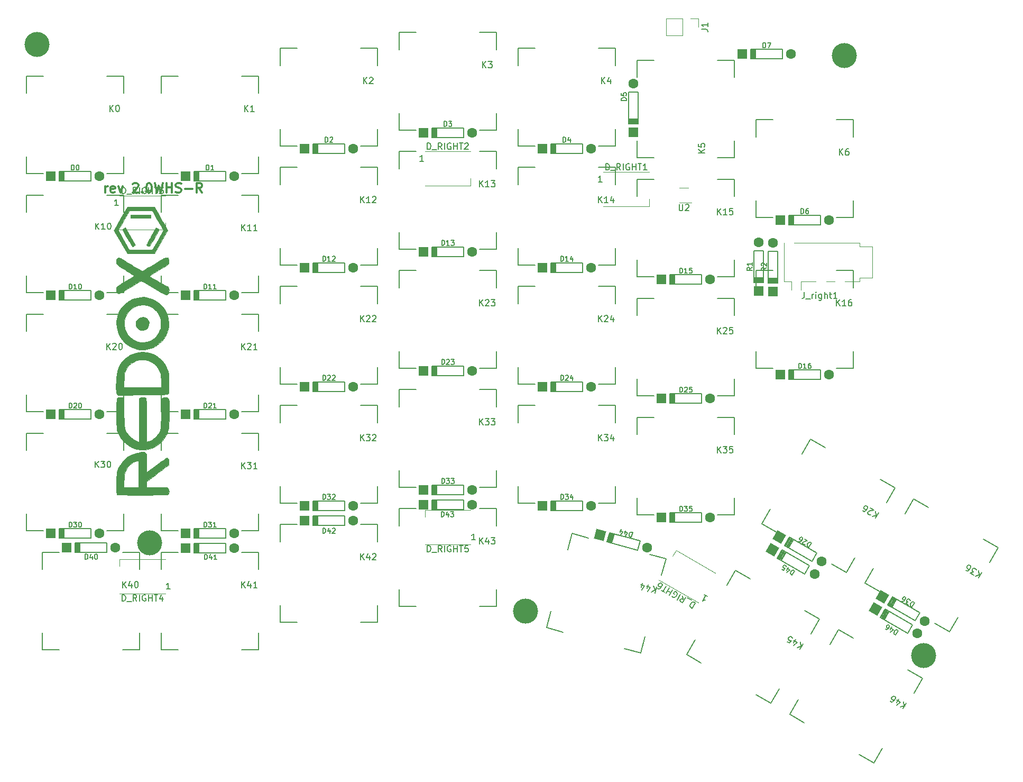
<source format=gto>
G04 #@! TF.GenerationSoftware,KiCad,Pcbnew,(6.0.5-0)*
G04 #@! TF.CreationDate,2022-05-24T21:59:09-05:00*
G04 #@! TF.ProjectId,redox_rev2_recovery,7265646f-785f-4726-9576-325f7265636f,1.0*
G04 #@! TF.SameCoordinates,Original*
G04 #@! TF.FileFunction,Legend,Top*
G04 #@! TF.FilePolarity,Positive*
%FSLAX46Y46*%
G04 Gerber Fmt 4.6, Leading zero omitted, Abs format (unit mm)*
G04 Created by KiCad (PCBNEW (6.0.5-0)) date 2022-05-24 21:59:09*
%MOMM*%
%LPD*%
G01*
G04 APERTURE LIST*
G04 Aperture macros list*
%AMRotRect*
0 Rectangle, with rotation*
0 The origin of the aperture is its center*
0 $1 length*
0 $2 width*
0 $3 Rotation angle, in degrees counterclockwise*
0 Add horizontal line*
21,1,$1,$2,0,0,$3*%
G04 Aperture macros list end*
%ADD10C,0.300000*%
%ADD11C,0.150000*%
%ADD12C,0.120000*%
%ADD13C,0.010000*%
%ADD14RotRect,1.600000X1.600000X150.000000*%
%ADD15C,1.600000*%
%ADD16RotRect,1.600000X1.600000X165.000000*%
%ADD17R,1.600000X1.600000*%
%ADD18C,4.000000*%
G04 APERTURE END LIST*
D10*
X96305714Y-77498571D02*
X96305714Y-76498571D01*
X96305714Y-76784285D02*
X96377142Y-76641428D01*
X96448571Y-76570000D01*
X96591428Y-76498571D01*
X96734285Y-76498571D01*
X97805714Y-77427142D02*
X97662857Y-77498571D01*
X97377142Y-77498571D01*
X97234285Y-77427142D01*
X97162857Y-77284285D01*
X97162857Y-76712857D01*
X97234285Y-76570000D01*
X97377142Y-76498571D01*
X97662857Y-76498571D01*
X97805714Y-76570000D01*
X97877142Y-76712857D01*
X97877142Y-76855714D01*
X97162857Y-76998571D01*
X98377142Y-76498571D02*
X98734285Y-77498571D01*
X99091428Y-76498571D01*
X100734285Y-76141428D02*
X100805714Y-76070000D01*
X100948571Y-75998571D01*
X101305714Y-75998571D01*
X101448571Y-76070000D01*
X101520000Y-76141428D01*
X101591428Y-76284285D01*
X101591428Y-76427142D01*
X101520000Y-76641428D01*
X100662857Y-77498571D01*
X101591428Y-77498571D01*
X102234285Y-77355714D02*
X102305714Y-77427142D01*
X102234285Y-77498571D01*
X102162857Y-77427142D01*
X102234285Y-77355714D01*
X102234285Y-77498571D01*
X103234285Y-75998571D02*
X103377142Y-75998571D01*
X103520000Y-76070000D01*
X103591428Y-76141428D01*
X103662857Y-76284285D01*
X103734285Y-76570000D01*
X103734285Y-76927142D01*
X103662857Y-77212857D01*
X103591428Y-77355714D01*
X103520000Y-77427142D01*
X103377142Y-77498571D01*
X103234285Y-77498571D01*
X103091428Y-77427142D01*
X103020000Y-77355714D01*
X102948571Y-77212857D01*
X102877142Y-76927142D01*
X102877142Y-76570000D01*
X102948571Y-76284285D01*
X103020000Y-76141428D01*
X103091428Y-76070000D01*
X103234285Y-75998571D01*
X104234285Y-75998571D02*
X104591428Y-77498571D01*
X104877142Y-76427142D01*
X105162857Y-77498571D01*
X105520000Y-75998571D01*
X106091428Y-77498571D02*
X106091428Y-75998571D01*
X106091428Y-76712857D02*
X106948571Y-76712857D01*
X106948571Y-77498571D02*
X106948571Y-75998571D01*
X107591428Y-77427142D02*
X107805714Y-77498571D01*
X108162857Y-77498571D01*
X108305714Y-77427142D01*
X108377142Y-77355714D01*
X108448571Y-77212857D01*
X108448571Y-77070000D01*
X108377142Y-76927142D01*
X108305714Y-76855714D01*
X108162857Y-76784285D01*
X107877142Y-76712857D01*
X107734285Y-76641428D01*
X107662857Y-76570000D01*
X107591428Y-76427142D01*
X107591428Y-76284285D01*
X107662857Y-76141428D01*
X107734285Y-76070000D01*
X107877142Y-75998571D01*
X108234285Y-75998571D01*
X108448571Y-76070000D01*
X109091428Y-76927142D02*
X110234285Y-76927142D01*
X111805714Y-77498571D02*
X111305714Y-76784285D01*
X110948571Y-77498571D02*
X110948571Y-75998571D01*
X111520000Y-75998571D01*
X111662857Y-76070000D01*
X111734285Y-76141428D01*
X111805714Y-76284285D01*
X111805714Y-76498571D01*
X111734285Y-76641428D01*
X111662857Y-76712857D01*
X111520000Y-76784285D01*
X110948571Y-76784285D01*
D11*
X208257619Y-93448380D02*
X208257619Y-94162666D01*
X208210000Y-94305523D01*
X208114761Y-94400761D01*
X207971904Y-94448380D01*
X207876666Y-94448380D01*
X208495714Y-94543619D02*
X209257619Y-94543619D01*
X209495714Y-94448380D02*
X209495714Y-93781714D01*
X209495714Y-93972190D02*
X209543333Y-93876952D01*
X209590952Y-93829333D01*
X209686190Y-93781714D01*
X209781428Y-93781714D01*
X210114761Y-94448380D02*
X210114761Y-93781714D01*
X210114761Y-93448380D02*
X210067142Y-93496000D01*
X210114761Y-93543619D01*
X210162380Y-93496000D01*
X210114761Y-93448380D01*
X210114761Y-93543619D01*
X211019523Y-93781714D02*
X211019523Y-94591238D01*
X210971904Y-94686476D01*
X210924285Y-94734095D01*
X210829047Y-94781714D01*
X210686190Y-94781714D01*
X210590952Y-94734095D01*
X211019523Y-94400761D02*
X210924285Y-94448380D01*
X210733809Y-94448380D01*
X210638571Y-94400761D01*
X210590952Y-94353142D01*
X210543333Y-94257904D01*
X210543333Y-93972190D01*
X210590952Y-93876952D01*
X210638571Y-93829333D01*
X210733809Y-93781714D01*
X210924285Y-93781714D01*
X211019523Y-93829333D01*
X211495714Y-94448380D02*
X211495714Y-93448380D01*
X211924285Y-94448380D02*
X211924285Y-93924571D01*
X211876666Y-93829333D01*
X211781428Y-93781714D01*
X211638571Y-93781714D01*
X211543333Y-93829333D01*
X211495714Y-93876952D01*
X212257619Y-93781714D02*
X212638571Y-93781714D01*
X212400476Y-93448380D02*
X212400476Y-94305523D01*
X212448095Y-94400761D01*
X212543333Y-94448380D01*
X212638571Y-94448380D01*
X213495714Y-94448380D02*
X212924285Y-94448380D01*
X213210000Y-94448380D02*
X213210000Y-93448380D01*
X213114761Y-93591238D01*
X213019523Y-93686476D01*
X212924285Y-93734095D01*
X97024764Y-64557860D02*
X97024764Y-63557860D01*
X97596193Y-64557860D02*
X97167621Y-63986432D01*
X97596193Y-63557860D02*
X97024764Y-64129289D01*
X98215240Y-63557860D02*
X98310479Y-63557860D01*
X98405717Y-63605480D01*
X98453336Y-63653099D01*
X98500955Y-63748337D01*
X98548574Y-63938813D01*
X98548574Y-64176908D01*
X98500955Y-64367384D01*
X98453336Y-64462622D01*
X98405717Y-64510241D01*
X98310479Y-64557860D01*
X98215240Y-64557860D01*
X98120002Y-64510241D01*
X98072383Y-64462622D01*
X98024764Y-64367384D01*
X97977145Y-64176908D01*
X97977145Y-63938813D01*
X98024764Y-63748337D01*
X98072383Y-63653099D01*
X98120002Y-63605480D01*
X98215240Y-63557860D01*
X118614764Y-64557860D02*
X118614764Y-63557860D01*
X119186193Y-64557860D02*
X118757621Y-63986432D01*
X119186193Y-63557860D02*
X118614764Y-64129289D01*
X120138574Y-64557860D02*
X119567145Y-64557860D01*
X119852860Y-64557860D02*
X119852860Y-63557860D01*
X119757621Y-63700718D01*
X119662383Y-63795956D01*
X119567145Y-63843575D01*
X137664764Y-60112860D02*
X137664764Y-59112860D01*
X138236193Y-60112860D02*
X137807621Y-59541432D01*
X138236193Y-59112860D02*
X137664764Y-59684289D01*
X138617145Y-59208099D02*
X138664764Y-59160480D01*
X138760002Y-59112860D01*
X138998098Y-59112860D01*
X139093336Y-59160480D01*
X139140955Y-59208099D01*
X139188574Y-59303337D01*
X139188574Y-59398575D01*
X139140955Y-59541432D01*
X138569526Y-60112860D01*
X139188574Y-60112860D01*
X156714764Y-57572860D02*
X156714764Y-56572860D01*
X157286193Y-57572860D02*
X156857621Y-57001432D01*
X157286193Y-56572860D02*
X156714764Y-57144289D01*
X157619526Y-56572860D02*
X158238574Y-56572860D01*
X157905240Y-56953813D01*
X158048098Y-56953813D01*
X158143336Y-57001432D01*
X158190955Y-57049051D01*
X158238574Y-57144289D01*
X158238574Y-57382384D01*
X158190955Y-57477622D01*
X158143336Y-57525241D01*
X158048098Y-57572860D01*
X157762383Y-57572860D01*
X157667145Y-57525241D01*
X157619526Y-57477622D01*
X175764764Y-60112860D02*
X175764764Y-59112860D01*
X176336193Y-60112860D02*
X175907621Y-59541432D01*
X176336193Y-59112860D02*
X175764764Y-59684289D01*
X177193336Y-59446194D02*
X177193336Y-60112860D01*
X176955240Y-59065241D02*
X176717145Y-59779527D01*
X177336193Y-59779527D01*
X192305240Y-71203575D02*
X191305240Y-71203575D01*
X192305240Y-70632146D02*
X191733812Y-71060718D01*
X191305240Y-70632146D02*
X191876669Y-71203575D01*
X191305240Y-69727384D02*
X191305240Y-70203575D01*
X191781431Y-70251194D01*
X191733812Y-70203575D01*
X191686193Y-70108337D01*
X191686193Y-69870241D01*
X191733812Y-69775003D01*
X191781431Y-69727384D01*
X191876669Y-69679765D01*
X192114764Y-69679765D01*
X192210002Y-69727384D01*
X192257621Y-69775003D01*
X192305240Y-69870241D01*
X192305240Y-70108337D01*
X192257621Y-70203575D01*
X192210002Y-70251194D01*
X213864764Y-71542860D02*
X213864764Y-70542860D01*
X214436193Y-71542860D02*
X214007621Y-70971432D01*
X214436193Y-70542860D02*
X213864764Y-71114289D01*
X215293336Y-70542860D02*
X215102860Y-70542860D01*
X215007621Y-70590480D01*
X214960002Y-70638099D01*
X214864764Y-70780956D01*
X214817145Y-70971432D01*
X214817145Y-71352384D01*
X214864764Y-71447622D01*
X214912383Y-71495241D01*
X215007621Y-71542860D01*
X215198098Y-71542860D01*
X215293336Y-71495241D01*
X215340955Y-71447622D01*
X215388574Y-71352384D01*
X215388574Y-71114289D01*
X215340955Y-71019051D01*
X215293336Y-70971432D01*
X215198098Y-70923813D01*
X215007621Y-70923813D01*
X214912383Y-70971432D01*
X214864764Y-71019051D01*
X214817145Y-71114289D01*
X137188574Y-79162860D02*
X137188574Y-78162860D01*
X137760002Y-79162860D02*
X137331431Y-78591432D01*
X137760002Y-78162860D02*
X137188574Y-78734289D01*
X138712383Y-79162860D02*
X138140955Y-79162860D01*
X138426669Y-79162860D02*
X138426669Y-78162860D01*
X138331431Y-78305718D01*
X138236193Y-78400956D01*
X138140955Y-78448575D01*
X139093336Y-78258099D02*
X139140955Y-78210480D01*
X139236193Y-78162860D01*
X139474288Y-78162860D01*
X139569526Y-78210480D01*
X139617145Y-78258099D01*
X139664764Y-78353337D01*
X139664764Y-78448575D01*
X139617145Y-78591432D01*
X139045717Y-79162860D01*
X139664764Y-79162860D01*
X156238574Y-76622860D02*
X156238574Y-75622860D01*
X156810002Y-76622860D02*
X156381431Y-76051432D01*
X156810002Y-75622860D02*
X156238574Y-76194289D01*
X157762383Y-76622860D02*
X157190955Y-76622860D01*
X157476669Y-76622860D02*
X157476669Y-75622860D01*
X157381431Y-75765718D01*
X157286193Y-75860956D01*
X157190955Y-75908575D01*
X158095717Y-75622860D02*
X158714764Y-75622860D01*
X158381431Y-76003813D01*
X158524288Y-76003813D01*
X158619526Y-76051432D01*
X158667145Y-76099051D01*
X158714764Y-76194289D01*
X158714764Y-76432384D01*
X158667145Y-76527622D01*
X158619526Y-76575241D01*
X158524288Y-76622860D01*
X158238574Y-76622860D01*
X158143336Y-76575241D01*
X158095717Y-76527622D01*
X175288574Y-79162860D02*
X175288574Y-78162860D01*
X175860002Y-79162860D02*
X175431431Y-78591432D01*
X175860002Y-78162860D02*
X175288574Y-78734289D01*
X176812383Y-79162860D02*
X176240955Y-79162860D01*
X176526669Y-79162860D02*
X176526669Y-78162860D01*
X176431431Y-78305718D01*
X176336193Y-78400956D01*
X176240955Y-78448575D01*
X177669526Y-78496194D02*
X177669526Y-79162860D01*
X177431431Y-78115241D02*
X177193336Y-78829527D01*
X177812383Y-78829527D01*
X194338574Y-81067860D02*
X194338574Y-80067860D01*
X194910002Y-81067860D02*
X194481431Y-80496432D01*
X194910002Y-80067860D02*
X194338574Y-80639289D01*
X195862383Y-81067860D02*
X195290955Y-81067860D01*
X195576669Y-81067860D02*
X195576669Y-80067860D01*
X195481431Y-80210718D01*
X195386193Y-80305956D01*
X195290955Y-80353575D01*
X196767145Y-80067860D02*
X196290955Y-80067860D01*
X196243336Y-80544051D01*
X196290955Y-80496432D01*
X196386193Y-80448813D01*
X196624288Y-80448813D01*
X196719526Y-80496432D01*
X196767145Y-80544051D01*
X196814764Y-80639289D01*
X196814764Y-80877384D01*
X196767145Y-80972622D01*
X196719526Y-81020241D01*
X196624288Y-81067860D01*
X196386193Y-81067860D01*
X196290955Y-81020241D01*
X196243336Y-80972622D01*
X213388574Y-95672860D02*
X213388574Y-94672860D01*
X213960002Y-95672860D02*
X213531431Y-95101432D01*
X213960002Y-94672860D02*
X213388574Y-95244289D01*
X214912383Y-95672860D02*
X214340955Y-95672860D01*
X214626669Y-95672860D02*
X214626669Y-94672860D01*
X214531431Y-94815718D01*
X214436193Y-94910956D01*
X214340955Y-94958575D01*
X215769526Y-94672860D02*
X215579050Y-94672860D01*
X215483812Y-94720480D01*
X215436193Y-94768099D01*
X215340955Y-94910956D01*
X215293336Y-95101432D01*
X215293336Y-95482384D01*
X215340955Y-95577622D01*
X215388574Y-95625241D01*
X215483812Y-95672860D01*
X215674288Y-95672860D01*
X215769526Y-95625241D01*
X215817145Y-95577622D01*
X215864764Y-95482384D01*
X215864764Y-95244289D01*
X215817145Y-95149051D01*
X215769526Y-95101432D01*
X215674288Y-95053813D01*
X215483812Y-95053813D01*
X215388574Y-95101432D01*
X215340955Y-95149051D01*
X215293336Y-95244289D01*
X96548574Y-102657860D02*
X96548574Y-101657860D01*
X97120002Y-102657860D02*
X96691431Y-102086432D01*
X97120002Y-101657860D02*
X96548574Y-102229289D01*
X97500955Y-101753099D02*
X97548574Y-101705480D01*
X97643812Y-101657860D01*
X97881907Y-101657860D01*
X97977145Y-101705480D01*
X98024764Y-101753099D01*
X98072383Y-101848337D01*
X98072383Y-101943575D01*
X98024764Y-102086432D01*
X97453336Y-102657860D01*
X98072383Y-102657860D01*
X98691431Y-101657860D02*
X98786669Y-101657860D01*
X98881907Y-101705480D01*
X98929526Y-101753099D01*
X98977145Y-101848337D01*
X99024764Y-102038813D01*
X99024764Y-102276908D01*
X98977145Y-102467384D01*
X98929526Y-102562622D01*
X98881907Y-102610241D01*
X98786669Y-102657860D01*
X98691431Y-102657860D01*
X98596193Y-102610241D01*
X98548574Y-102562622D01*
X98500955Y-102467384D01*
X98453336Y-102276908D01*
X98453336Y-102038813D01*
X98500955Y-101848337D01*
X98548574Y-101753099D01*
X98596193Y-101705480D01*
X98691431Y-101657860D01*
X118138574Y-102657860D02*
X118138574Y-101657860D01*
X118710002Y-102657860D02*
X118281431Y-102086432D01*
X118710002Y-101657860D02*
X118138574Y-102229289D01*
X119090955Y-101753099D02*
X119138574Y-101705480D01*
X119233812Y-101657860D01*
X119471907Y-101657860D01*
X119567145Y-101705480D01*
X119614764Y-101753099D01*
X119662383Y-101848337D01*
X119662383Y-101943575D01*
X119614764Y-102086432D01*
X119043336Y-102657860D01*
X119662383Y-102657860D01*
X120614764Y-102657860D02*
X120043336Y-102657860D01*
X120329050Y-102657860D02*
X120329050Y-101657860D01*
X120233812Y-101800718D01*
X120138574Y-101895956D01*
X120043336Y-101943575D01*
X137188574Y-98212860D02*
X137188574Y-97212860D01*
X137760002Y-98212860D02*
X137331431Y-97641432D01*
X137760002Y-97212860D02*
X137188574Y-97784289D01*
X138140955Y-97308099D02*
X138188574Y-97260480D01*
X138283812Y-97212860D01*
X138521907Y-97212860D01*
X138617145Y-97260480D01*
X138664764Y-97308099D01*
X138712383Y-97403337D01*
X138712383Y-97498575D01*
X138664764Y-97641432D01*
X138093336Y-98212860D01*
X138712383Y-98212860D01*
X139093336Y-97308099D02*
X139140955Y-97260480D01*
X139236193Y-97212860D01*
X139474288Y-97212860D01*
X139569526Y-97260480D01*
X139617145Y-97308099D01*
X139664764Y-97403337D01*
X139664764Y-97498575D01*
X139617145Y-97641432D01*
X139045717Y-98212860D01*
X139664764Y-98212860D01*
X156238574Y-95672860D02*
X156238574Y-94672860D01*
X156810002Y-95672860D02*
X156381431Y-95101432D01*
X156810002Y-94672860D02*
X156238574Y-95244289D01*
X157190955Y-94768099D02*
X157238574Y-94720480D01*
X157333812Y-94672860D01*
X157571907Y-94672860D01*
X157667145Y-94720480D01*
X157714764Y-94768099D01*
X157762383Y-94863337D01*
X157762383Y-94958575D01*
X157714764Y-95101432D01*
X157143336Y-95672860D01*
X157762383Y-95672860D01*
X158095717Y-94672860D02*
X158714764Y-94672860D01*
X158381431Y-95053813D01*
X158524288Y-95053813D01*
X158619526Y-95101432D01*
X158667145Y-95149051D01*
X158714764Y-95244289D01*
X158714764Y-95482384D01*
X158667145Y-95577622D01*
X158619526Y-95625241D01*
X158524288Y-95672860D01*
X158238574Y-95672860D01*
X158143336Y-95625241D01*
X158095717Y-95577622D01*
X175288574Y-98212860D02*
X175288574Y-97212860D01*
X175860002Y-98212860D02*
X175431431Y-97641432D01*
X175860002Y-97212860D02*
X175288574Y-97784289D01*
X176240955Y-97308099D02*
X176288574Y-97260480D01*
X176383812Y-97212860D01*
X176621907Y-97212860D01*
X176717145Y-97260480D01*
X176764764Y-97308099D01*
X176812383Y-97403337D01*
X176812383Y-97498575D01*
X176764764Y-97641432D01*
X176193336Y-98212860D01*
X176812383Y-98212860D01*
X177669526Y-97546194D02*
X177669526Y-98212860D01*
X177431431Y-97165241D02*
X177193336Y-97879527D01*
X177812383Y-97879527D01*
X194338574Y-100117860D02*
X194338574Y-99117860D01*
X194910002Y-100117860D02*
X194481431Y-99546432D01*
X194910002Y-99117860D02*
X194338574Y-99689289D01*
X195290955Y-99213099D02*
X195338574Y-99165480D01*
X195433812Y-99117860D01*
X195671907Y-99117860D01*
X195767145Y-99165480D01*
X195814764Y-99213099D01*
X195862383Y-99308337D01*
X195862383Y-99403575D01*
X195814764Y-99546432D01*
X195243336Y-100117860D01*
X195862383Y-100117860D01*
X196767145Y-99117860D02*
X196290955Y-99117860D01*
X196243336Y-99594051D01*
X196290955Y-99546432D01*
X196386193Y-99498813D01*
X196624288Y-99498813D01*
X196719526Y-99546432D01*
X196767145Y-99594051D01*
X196814764Y-99689289D01*
X196814764Y-99927384D01*
X196767145Y-100022622D01*
X196719526Y-100070241D01*
X196624288Y-100117860D01*
X196386193Y-100117860D01*
X196290955Y-100070241D01*
X196243336Y-100022622D01*
X220146612Y-128779183D02*
X219646612Y-129645208D01*
X219651741Y-128493469D02*
X219737180Y-129202626D01*
X219151741Y-129359494D02*
X219932327Y-129150337D01*
X218869445Y-129086539D02*
X218804396Y-129103969D01*
X218698108Y-129097589D01*
X218491912Y-128978542D01*
X218433243Y-128889683D01*
X218415813Y-128824635D01*
X218422193Y-128718346D01*
X218469812Y-128635868D01*
X218582480Y-128535959D01*
X219363065Y-128326802D01*
X218826954Y-128017278D01*
X217584647Y-128454732D02*
X217749604Y-128549970D01*
X217855892Y-128556350D01*
X217920941Y-128538920D01*
X218074848Y-128462821D01*
X218211326Y-128321674D01*
X218401802Y-127991759D01*
X218408182Y-127885471D01*
X218390752Y-127820422D01*
X218332083Y-127731564D01*
X218167126Y-127636326D01*
X218060837Y-127629946D01*
X217995789Y-127647376D01*
X217906930Y-127706045D01*
X217787883Y-127912241D01*
X217781503Y-128018530D01*
X217798933Y-128083578D01*
X217857602Y-128172437D01*
X218022559Y-128267675D01*
X218128847Y-128274055D01*
X218193896Y-128256625D01*
X218282754Y-128197956D01*
X94685714Y-121512380D02*
X94685714Y-120512380D01*
X95257142Y-121512380D02*
X94828571Y-120940952D01*
X95257142Y-120512380D02*
X94685714Y-121083809D01*
X95590476Y-120512380D02*
X96209523Y-120512380D01*
X95876190Y-120893333D01*
X96019047Y-120893333D01*
X96114285Y-120940952D01*
X96161904Y-120988571D01*
X96209523Y-121083809D01*
X96209523Y-121321904D01*
X96161904Y-121417142D01*
X96114285Y-121464761D01*
X96019047Y-121512380D01*
X95733333Y-121512380D01*
X95638095Y-121464761D01*
X95590476Y-121417142D01*
X96828571Y-120512380D02*
X96923809Y-120512380D01*
X97019047Y-120560000D01*
X97066666Y-120607619D01*
X97114285Y-120702857D01*
X97161904Y-120893333D01*
X97161904Y-121131428D01*
X97114285Y-121321904D01*
X97066666Y-121417142D01*
X97019047Y-121464761D01*
X96923809Y-121512380D01*
X96828571Y-121512380D01*
X96733333Y-121464761D01*
X96685714Y-121417142D01*
X96638095Y-121321904D01*
X96590476Y-121131428D01*
X96590476Y-120893333D01*
X96638095Y-120702857D01*
X96685714Y-120607619D01*
X96733333Y-120560000D01*
X96828571Y-120512380D01*
X118138574Y-121707860D02*
X118138574Y-120707860D01*
X118710002Y-121707860D02*
X118281431Y-121136432D01*
X118710002Y-120707860D02*
X118138574Y-121279289D01*
X119043336Y-120707860D02*
X119662383Y-120707860D01*
X119329050Y-121088813D01*
X119471907Y-121088813D01*
X119567145Y-121136432D01*
X119614764Y-121184051D01*
X119662383Y-121279289D01*
X119662383Y-121517384D01*
X119614764Y-121612622D01*
X119567145Y-121660241D01*
X119471907Y-121707860D01*
X119186193Y-121707860D01*
X119090955Y-121660241D01*
X119043336Y-121612622D01*
X120614764Y-121707860D02*
X120043336Y-121707860D01*
X120329050Y-121707860D02*
X120329050Y-120707860D01*
X120233812Y-120850718D01*
X120138574Y-120945956D01*
X120043336Y-120993575D01*
X137188574Y-117262860D02*
X137188574Y-116262860D01*
X137760002Y-117262860D02*
X137331431Y-116691432D01*
X137760002Y-116262860D02*
X137188574Y-116834289D01*
X138093336Y-116262860D02*
X138712383Y-116262860D01*
X138379050Y-116643813D01*
X138521907Y-116643813D01*
X138617145Y-116691432D01*
X138664764Y-116739051D01*
X138712383Y-116834289D01*
X138712383Y-117072384D01*
X138664764Y-117167622D01*
X138617145Y-117215241D01*
X138521907Y-117262860D01*
X138236193Y-117262860D01*
X138140955Y-117215241D01*
X138093336Y-117167622D01*
X139093336Y-116358099D02*
X139140955Y-116310480D01*
X139236193Y-116262860D01*
X139474288Y-116262860D01*
X139569526Y-116310480D01*
X139617145Y-116358099D01*
X139664764Y-116453337D01*
X139664764Y-116548575D01*
X139617145Y-116691432D01*
X139045717Y-117262860D01*
X139664764Y-117262860D01*
X156238574Y-114722860D02*
X156238574Y-113722860D01*
X156810002Y-114722860D02*
X156381431Y-114151432D01*
X156810002Y-113722860D02*
X156238574Y-114294289D01*
X157143336Y-113722860D02*
X157762383Y-113722860D01*
X157429050Y-114103813D01*
X157571907Y-114103813D01*
X157667145Y-114151432D01*
X157714764Y-114199051D01*
X157762383Y-114294289D01*
X157762383Y-114532384D01*
X157714764Y-114627622D01*
X157667145Y-114675241D01*
X157571907Y-114722860D01*
X157286193Y-114722860D01*
X157190955Y-114675241D01*
X157143336Y-114627622D01*
X158095717Y-113722860D02*
X158714764Y-113722860D01*
X158381431Y-114103813D01*
X158524288Y-114103813D01*
X158619526Y-114151432D01*
X158667145Y-114199051D01*
X158714764Y-114294289D01*
X158714764Y-114532384D01*
X158667145Y-114627622D01*
X158619526Y-114675241D01*
X158524288Y-114722860D01*
X158238574Y-114722860D01*
X158143336Y-114675241D01*
X158095717Y-114627622D01*
X175288574Y-117262860D02*
X175288574Y-116262860D01*
X175860002Y-117262860D02*
X175431431Y-116691432D01*
X175860002Y-116262860D02*
X175288574Y-116834289D01*
X176193336Y-116262860D02*
X176812383Y-116262860D01*
X176479050Y-116643813D01*
X176621907Y-116643813D01*
X176717145Y-116691432D01*
X176764764Y-116739051D01*
X176812383Y-116834289D01*
X176812383Y-117072384D01*
X176764764Y-117167622D01*
X176717145Y-117215241D01*
X176621907Y-117262860D01*
X176336193Y-117262860D01*
X176240955Y-117215241D01*
X176193336Y-117167622D01*
X177669526Y-116596194D02*
X177669526Y-117262860D01*
X177431431Y-116215241D02*
X177193336Y-116929527D01*
X177812383Y-116929527D01*
X194338574Y-119167860D02*
X194338574Y-118167860D01*
X194910002Y-119167860D02*
X194481431Y-118596432D01*
X194910002Y-118167860D02*
X194338574Y-118739289D01*
X195243336Y-118167860D02*
X195862383Y-118167860D01*
X195529050Y-118548813D01*
X195671907Y-118548813D01*
X195767145Y-118596432D01*
X195814764Y-118644051D01*
X195862383Y-118739289D01*
X195862383Y-118977384D01*
X195814764Y-119072622D01*
X195767145Y-119120241D01*
X195671907Y-119167860D01*
X195386193Y-119167860D01*
X195290955Y-119120241D01*
X195243336Y-119072622D01*
X196767145Y-118167860D02*
X196290955Y-118167860D01*
X196243336Y-118644051D01*
X196290955Y-118596432D01*
X196386193Y-118548813D01*
X196624288Y-118548813D01*
X196719526Y-118596432D01*
X196767145Y-118644051D01*
X196814764Y-118739289D01*
X196814764Y-118977384D01*
X196767145Y-119072622D01*
X196719526Y-119120241D01*
X196624288Y-119167860D01*
X196386193Y-119167860D01*
X196290955Y-119120241D01*
X196243336Y-119072622D01*
X236656612Y-138304183D02*
X236156612Y-139170208D01*
X236161741Y-138018469D02*
X236247180Y-138727626D01*
X235661741Y-138884494D02*
X236442327Y-138675337D01*
X235373065Y-138717827D02*
X234836954Y-138408304D01*
X235316106Y-138245056D01*
X235192388Y-138173627D01*
X235133719Y-138084769D01*
X235116289Y-138019720D01*
X235122669Y-137913432D01*
X235241716Y-137707235D01*
X235330575Y-137648566D01*
X235395624Y-137631137D01*
X235501912Y-137637516D01*
X235749348Y-137780373D01*
X235808017Y-137869232D01*
X235825446Y-137934281D01*
X234094647Y-137979732D02*
X234259604Y-138074970D01*
X234365892Y-138081350D01*
X234430941Y-138063920D01*
X234584848Y-137987821D01*
X234721326Y-137846674D01*
X234911802Y-137516759D01*
X234918182Y-137410471D01*
X234900752Y-137345422D01*
X234842083Y-137256564D01*
X234677126Y-137161326D01*
X234570837Y-137154946D01*
X234505789Y-137172376D01*
X234416930Y-137231045D01*
X234297883Y-137437241D01*
X234291503Y-137543530D01*
X234308933Y-137608578D01*
X234367602Y-137697437D01*
X234532559Y-137792675D01*
X234638847Y-137799055D01*
X234703896Y-137781625D01*
X234792754Y-137722956D01*
X99088574Y-140757860D02*
X99088574Y-139757860D01*
X99660002Y-140757860D02*
X99231431Y-140186432D01*
X99660002Y-139757860D02*
X99088574Y-140329289D01*
X100517145Y-140091194D02*
X100517145Y-140757860D01*
X100279050Y-139710241D02*
X100040955Y-140424527D01*
X100660002Y-140424527D01*
X101231431Y-139757860D02*
X101326669Y-139757860D01*
X101421907Y-139805480D01*
X101469526Y-139853099D01*
X101517145Y-139948337D01*
X101564764Y-140138813D01*
X101564764Y-140376908D01*
X101517145Y-140567384D01*
X101469526Y-140662622D01*
X101421907Y-140710241D01*
X101326669Y-140757860D01*
X101231431Y-140757860D01*
X101136193Y-140710241D01*
X101088574Y-140662622D01*
X101040955Y-140567384D01*
X100993336Y-140376908D01*
X100993336Y-140138813D01*
X101040955Y-139948337D01*
X101088574Y-139853099D01*
X101136193Y-139805480D01*
X101231431Y-139757860D01*
X118138574Y-140757860D02*
X118138574Y-139757860D01*
X118710002Y-140757860D02*
X118281431Y-140186432D01*
X118710002Y-139757860D02*
X118138574Y-140329289D01*
X119567145Y-140091194D02*
X119567145Y-140757860D01*
X119329050Y-139710241D02*
X119090955Y-140424527D01*
X119710002Y-140424527D01*
X120614764Y-140757860D02*
X120043336Y-140757860D01*
X120329050Y-140757860D02*
X120329050Y-139757860D01*
X120233812Y-139900718D01*
X120138574Y-139995956D01*
X120043336Y-140043575D01*
X137188574Y-136312860D02*
X137188574Y-135312860D01*
X137760002Y-136312860D02*
X137331431Y-135741432D01*
X137760002Y-135312860D02*
X137188574Y-135884289D01*
X138617145Y-135646194D02*
X138617145Y-136312860D01*
X138379050Y-135265241D02*
X138140955Y-135979527D01*
X138760002Y-135979527D01*
X139093336Y-135408099D02*
X139140955Y-135360480D01*
X139236193Y-135312860D01*
X139474288Y-135312860D01*
X139569526Y-135360480D01*
X139617145Y-135408099D01*
X139664764Y-135503337D01*
X139664764Y-135598575D01*
X139617145Y-135741432D01*
X139045717Y-136312860D01*
X139664764Y-136312860D01*
X156238574Y-133772860D02*
X156238574Y-132772860D01*
X156810002Y-133772860D02*
X156381431Y-133201432D01*
X156810002Y-132772860D02*
X156238574Y-133344289D01*
X157667145Y-133106194D02*
X157667145Y-133772860D01*
X157429050Y-132725241D02*
X157190955Y-133439527D01*
X157810002Y-133439527D01*
X158095717Y-132772860D02*
X158714764Y-132772860D01*
X158381431Y-133153813D01*
X158524288Y-133153813D01*
X158619526Y-133201432D01*
X158667145Y-133249051D01*
X158714764Y-133344289D01*
X158714764Y-133582384D01*
X158667145Y-133677622D01*
X158619526Y-133725241D01*
X158524288Y-133772860D01*
X158238574Y-133772860D01*
X158143336Y-133725241D01*
X158095717Y-133677622D01*
X184601116Y-140631946D02*
X184342297Y-141597872D01*
X184049159Y-140484050D02*
X184315230Y-141146930D01*
X183790340Y-141449976D02*
X184490194Y-141045915D01*
X183048676Y-140906155D02*
X183221222Y-140262205D01*
X183180061Y-141335751D02*
X183594914Y-140707427D01*
X182996960Y-140547206D01*
X182128747Y-140659661D02*
X182301293Y-140015711D01*
X182260131Y-141089256D02*
X182674985Y-140460933D01*
X182077030Y-140300712D01*
X208081612Y-149734183D02*
X207581612Y-150600208D01*
X207586741Y-149448469D02*
X207672180Y-150157626D01*
X207086741Y-150314494D02*
X207867327Y-150105337D01*
X206511100Y-149597248D02*
X206844433Y-149019897D01*
X206526820Y-150046210D02*
X207090159Y-149546668D01*
X206554049Y-149237144D01*
X205478408Y-149385923D02*
X205890801Y-149624018D01*
X206170135Y-149235434D01*
X206105086Y-149252864D01*
X205998798Y-149246484D01*
X205792602Y-149127437D01*
X205733933Y-149038578D01*
X205716503Y-148973530D01*
X205722883Y-148867241D01*
X205841930Y-148661045D01*
X205930789Y-148602376D01*
X205995837Y-148584946D01*
X206102126Y-148591326D01*
X206308322Y-148710373D01*
X206366991Y-148799232D01*
X206384421Y-148864281D01*
X224591612Y-159259183D02*
X224091612Y-160125208D01*
X224096741Y-158973469D02*
X224182180Y-159682626D01*
X223596741Y-159839494D02*
X224377327Y-159630337D01*
X223021100Y-159122248D02*
X223354433Y-158544897D01*
X223036820Y-159571210D02*
X223600159Y-159071668D01*
X223064049Y-158762144D01*
X222029647Y-158934732D02*
X222194604Y-159029970D01*
X222300892Y-159036350D01*
X222365941Y-159018920D01*
X222519848Y-158942821D01*
X222656326Y-158801674D01*
X222846802Y-158471759D01*
X222853182Y-158365471D01*
X222835752Y-158300422D01*
X222777083Y-158211564D01*
X222612126Y-158116326D01*
X222505837Y-158109946D01*
X222440789Y-158127376D01*
X222351930Y-158186045D01*
X222232883Y-158392241D01*
X222226503Y-158498530D01*
X222243933Y-158563578D01*
X222302602Y-158652437D01*
X222467559Y-158747675D01*
X222573847Y-158754055D01*
X222638896Y-158736625D01*
X222727754Y-158677956D01*
X94735714Y-83412380D02*
X94735714Y-82412380D01*
X95307142Y-83412380D02*
X94878571Y-82840952D01*
X95307142Y-82412380D02*
X94735714Y-82983809D01*
X96259523Y-83412380D02*
X95688095Y-83412380D01*
X95973809Y-83412380D02*
X95973809Y-82412380D01*
X95878571Y-82555238D01*
X95783333Y-82650476D01*
X95688095Y-82698095D01*
X96878571Y-82412380D02*
X96973809Y-82412380D01*
X97069047Y-82460000D01*
X97116666Y-82507619D01*
X97164285Y-82602857D01*
X97211904Y-82793333D01*
X97211904Y-83031428D01*
X97164285Y-83221904D01*
X97116666Y-83317142D01*
X97069047Y-83364761D01*
X96973809Y-83412380D01*
X96878571Y-83412380D01*
X96783333Y-83364761D01*
X96735714Y-83317142D01*
X96688095Y-83221904D01*
X96640476Y-83031428D01*
X96640476Y-82793333D01*
X96688095Y-82602857D01*
X96735714Y-82507619D01*
X96783333Y-82460000D01*
X96878571Y-82412380D01*
X118138574Y-83607860D02*
X118138574Y-82607860D01*
X118710002Y-83607860D02*
X118281431Y-83036432D01*
X118710002Y-82607860D02*
X118138574Y-83179289D01*
X119662383Y-83607860D02*
X119090955Y-83607860D01*
X119376669Y-83607860D02*
X119376669Y-82607860D01*
X119281431Y-82750718D01*
X119186193Y-82845956D01*
X119090955Y-82893575D01*
X120614764Y-83607860D02*
X120043336Y-83607860D01*
X120329050Y-83607860D02*
X120329050Y-82607860D01*
X120233812Y-82750718D01*
X120138574Y-82845956D01*
X120043336Y-82893575D01*
X206712233Y-138062295D02*
X206312233Y-138755115D01*
X206147275Y-138659877D01*
X206067349Y-138569743D01*
X206039461Y-138465665D01*
X206044565Y-138380634D01*
X206087764Y-138229621D01*
X206144907Y-138130647D01*
X206254089Y-138017728D01*
X206325175Y-137970793D01*
X206429254Y-137942906D01*
X206547275Y-137967057D01*
X206712233Y-138062295D01*
X205455823Y-137952747D02*
X205722489Y-137490866D01*
X205468399Y-138311916D02*
X205919070Y-137912283D01*
X205490182Y-137664664D01*
X204629669Y-137783687D02*
X204959583Y-137974163D01*
X205183051Y-137663296D01*
X205131012Y-137677240D01*
X205045982Y-137672136D01*
X204881024Y-137576898D01*
X204834089Y-137505811D01*
X204820145Y-137453772D01*
X204825249Y-137368742D01*
X204920487Y-137203785D01*
X204991574Y-137156849D01*
X205043613Y-137142906D01*
X205128643Y-137148009D01*
X205293601Y-137243247D01*
X205340536Y-137314334D01*
X205354480Y-137366373D01*
X180749398Y-131909339D02*
X180542343Y-132682079D01*
X180358357Y-132632780D01*
X180257825Y-132566404D01*
X180203951Y-132473090D01*
X180186873Y-132389636D01*
X180189515Y-132232587D01*
X180219094Y-132122196D01*
X180295331Y-131984867D01*
X180351847Y-131921132D01*
X180445161Y-131867258D01*
X180565412Y-131860040D01*
X180749398Y-131909339D01*
X179507446Y-132128706D02*
X179645483Y-131613545D01*
X179612554Y-132472382D02*
X179944436Y-131969723D01*
X179466073Y-131841546D01*
X178771503Y-131931510D02*
X178909540Y-131416350D01*
X178876610Y-132275187D02*
X179208493Y-131772528D01*
X178730130Y-131644351D01*
X150128571Y-129401904D02*
X150128571Y-128601904D01*
X150319047Y-128601904D01*
X150433333Y-128640000D01*
X150509523Y-128716190D01*
X150547619Y-128792380D01*
X150585714Y-128944761D01*
X150585714Y-129059047D01*
X150547619Y-129211428D01*
X150509523Y-129287619D01*
X150433333Y-129363809D01*
X150319047Y-129401904D01*
X150128571Y-129401904D01*
X151271428Y-128868571D02*
X151271428Y-129401904D01*
X151080952Y-128563809D02*
X150890476Y-129135238D01*
X151385714Y-129135238D01*
X151614285Y-128601904D02*
X152109523Y-128601904D01*
X151842857Y-128906666D01*
X151957142Y-128906666D01*
X152033333Y-128944761D01*
X152071428Y-128982857D01*
X152109523Y-129059047D01*
X152109523Y-129249523D01*
X152071428Y-129325714D01*
X152033333Y-129363809D01*
X151957142Y-129401904D01*
X151728571Y-129401904D01*
X151652380Y-129363809D01*
X151614285Y-129325714D01*
X131158571Y-132031904D02*
X131158571Y-131231904D01*
X131349047Y-131231904D01*
X131463333Y-131270000D01*
X131539523Y-131346190D01*
X131577619Y-131422380D01*
X131615714Y-131574761D01*
X131615714Y-131689047D01*
X131577619Y-131841428D01*
X131539523Y-131917619D01*
X131463333Y-131993809D01*
X131349047Y-132031904D01*
X131158571Y-132031904D01*
X132301428Y-131498571D02*
X132301428Y-132031904D01*
X132110952Y-131193809D02*
X131920476Y-131765238D01*
X132415714Y-131765238D01*
X132682380Y-131308095D02*
X132720476Y-131270000D01*
X132796666Y-131231904D01*
X132987142Y-131231904D01*
X133063333Y-131270000D01*
X133101428Y-131308095D01*
X133139523Y-131384285D01*
X133139523Y-131460476D01*
X133101428Y-131574761D01*
X132644285Y-132031904D01*
X133139523Y-132031904D01*
X112188571Y-136241904D02*
X112188571Y-135441904D01*
X112379047Y-135441904D01*
X112493333Y-135480000D01*
X112569523Y-135556190D01*
X112607619Y-135632380D01*
X112645714Y-135784761D01*
X112645714Y-135899047D01*
X112607619Y-136051428D01*
X112569523Y-136127619D01*
X112493333Y-136203809D01*
X112379047Y-136241904D01*
X112188571Y-136241904D01*
X113331428Y-135708571D02*
X113331428Y-136241904D01*
X113140952Y-135403809D02*
X112950476Y-135975238D01*
X113445714Y-135975238D01*
X114169523Y-136241904D02*
X113712380Y-136241904D01*
X113940952Y-136241904D02*
X113940952Y-135441904D01*
X113864761Y-135556190D01*
X113788571Y-135632380D01*
X113712380Y-135670476D01*
X169238571Y-107556904D02*
X169238571Y-106756904D01*
X169429047Y-106756904D01*
X169543333Y-106795000D01*
X169619523Y-106871190D01*
X169657619Y-106947380D01*
X169695714Y-107099761D01*
X169695714Y-107214047D01*
X169657619Y-107366428D01*
X169619523Y-107442619D01*
X169543333Y-107518809D01*
X169429047Y-107556904D01*
X169238571Y-107556904D01*
X170000476Y-106833095D02*
X170038571Y-106795000D01*
X170114761Y-106756904D01*
X170305238Y-106756904D01*
X170381428Y-106795000D01*
X170419523Y-106833095D01*
X170457619Y-106909285D01*
X170457619Y-106985476D01*
X170419523Y-107099761D01*
X169962380Y-107556904D01*
X170457619Y-107556904D01*
X171143333Y-107023571D02*
X171143333Y-107556904D01*
X170952857Y-106718809D02*
X170762380Y-107290238D01*
X171257619Y-107290238D01*
X90879523Y-73901904D02*
X90879523Y-73101904D01*
X91070000Y-73101904D01*
X91184285Y-73140000D01*
X91260476Y-73216190D01*
X91298571Y-73292380D01*
X91336666Y-73444761D01*
X91336666Y-73559047D01*
X91298571Y-73711428D01*
X91260476Y-73787619D01*
X91184285Y-73863809D01*
X91070000Y-73901904D01*
X90879523Y-73901904D01*
X91831904Y-73101904D02*
X91908095Y-73101904D01*
X91984285Y-73140000D01*
X92022380Y-73178095D01*
X92060476Y-73254285D01*
X92098571Y-73406666D01*
X92098571Y-73597142D01*
X92060476Y-73749523D01*
X92022380Y-73825714D01*
X91984285Y-73863809D01*
X91908095Y-73901904D01*
X91831904Y-73901904D01*
X91755714Y-73863809D01*
X91717619Y-73825714D01*
X91679523Y-73749523D01*
X91641428Y-73597142D01*
X91641428Y-73406666D01*
X91679523Y-73254285D01*
X91717619Y-73178095D01*
X91755714Y-73140000D01*
X91831904Y-73101904D01*
X169619523Y-69456904D02*
X169619523Y-68656904D01*
X169810000Y-68656904D01*
X169924285Y-68695000D01*
X170000476Y-68771190D01*
X170038571Y-68847380D01*
X170076666Y-68999761D01*
X170076666Y-69114047D01*
X170038571Y-69266428D01*
X170000476Y-69342619D01*
X169924285Y-69418809D01*
X169810000Y-69456904D01*
X169619523Y-69456904D01*
X170762380Y-68923571D02*
X170762380Y-69456904D01*
X170571904Y-68618809D02*
X170381428Y-69190238D01*
X170876666Y-69190238D01*
X112088571Y-92951904D02*
X112088571Y-92151904D01*
X112279047Y-92151904D01*
X112393333Y-92190000D01*
X112469523Y-92266190D01*
X112507619Y-92342380D01*
X112545714Y-92494761D01*
X112545714Y-92609047D01*
X112507619Y-92761428D01*
X112469523Y-92837619D01*
X112393333Y-92913809D01*
X112279047Y-92951904D01*
X112088571Y-92951904D01*
X113307619Y-92951904D02*
X112850476Y-92951904D01*
X113079047Y-92951904D02*
X113079047Y-92151904D01*
X113002857Y-92266190D01*
X112926666Y-92342380D01*
X112850476Y-92380476D01*
X114069523Y-92951904D02*
X113612380Y-92951904D01*
X113840952Y-92951904D02*
X113840952Y-92151904D01*
X113764761Y-92266190D01*
X113688571Y-92342380D01*
X113612380Y-92380476D01*
X131519523Y-69456904D02*
X131519523Y-68656904D01*
X131710000Y-68656904D01*
X131824285Y-68695000D01*
X131900476Y-68771190D01*
X131938571Y-68847380D01*
X131976666Y-68999761D01*
X131976666Y-69114047D01*
X131938571Y-69266428D01*
X131900476Y-69342619D01*
X131824285Y-69418809D01*
X131710000Y-69456904D01*
X131519523Y-69456904D01*
X132281428Y-68733095D02*
X132319523Y-68695000D01*
X132395714Y-68656904D01*
X132586190Y-68656904D01*
X132662380Y-68695000D01*
X132700476Y-68733095D01*
X132738571Y-68809285D01*
X132738571Y-68885476D01*
X132700476Y-68999761D01*
X132243333Y-69456904D01*
X132738571Y-69456904D01*
X207338571Y-105651904D02*
X207338571Y-104851904D01*
X207529047Y-104851904D01*
X207643333Y-104890000D01*
X207719523Y-104966190D01*
X207757619Y-105042380D01*
X207795714Y-105194761D01*
X207795714Y-105309047D01*
X207757619Y-105461428D01*
X207719523Y-105537619D01*
X207643333Y-105613809D01*
X207529047Y-105651904D01*
X207338571Y-105651904D01*
X208557619Y-105651904D02*
X208100476Y-105651904D01*
X208329047Y-105651904D02*
X208329047Y-104851904D01*
X208252857Y-104966190D01*
X208176666Y-105042380D01*
X208100476Y-105080476D01*
X209243333Y-104851904D02*
X209090952Y-104851904D01*
X209014761Y-104890000D01*
X208976666Y-104928095D01*
X208900476Y-105042380D01*
X208862380Y-105194761D01*
X208862380Y-105499523D01*
X208900476Y-105575714D01*
X208938571Y-105613809D01*
X209014761Y-105651904D01*
X209167142Y-105651904D01*
X209243333Y-105613809D01*
X209281428Y-105575714D01*
X209319523Y-105499523D01*
X209319523Y-105309047D01*
X209281428Y-105232857D01*
X209243333Y-105194761D01*
X209167142Y-105156666D01*
X209014761Y-105156666D01*
X208938571Y-105194761D01*
X208900476Y-105232857D01*
X208862380Y-105309047D01*
X169238571Y-88506904D02*
X169238571Y-87706904D01*
X169429047Y-87706904D01*
X169543333Y-87745000D01*
X169619523Y-87821190D01*
X169657619Y-87897380D01*
X169695714Y-88049761D01*
X169695714Y-88164047D01*
X169657619Y-88316428D01*
X169619523Y-88392619D01*
X169543333Y-88468809D01*
X169429047Y-88506904D01*
X169238571Y-88506904D01*
X170457619Y-88506904D02*
X170000476Y-88506904D01*
X170229047Y-88506904D02*
X170229047Y-87706904D01*
X170152857Y-87821190D01*
X170076666Y-87897380D01*
X170000476Y-87935476D01*
X171143333Y-87973571D02*
X171143333Y-88506904D01*
X170952857Y-87668809D02*
X170762380Y-88240238D01*
X171257619Y-88240238D01*
X90498571Y-112001904D02*
X90498571Y-111201904D01*
X90689047Y-111201904D01*
X90803333Y-111240000D01*
X90879523Y-111316190D01*
X90917619Y-111392380D01*
X90955714Y-111544761D01*
X90955714Y-111659047D01*
X90917619Y-111811428D01*
X90879523Y-111887619D01*
X90803333Y-111963809D01*
X90689047Y-112001904D01*
X90498571Y-112001904D01*
X91260476Y-111278095D02*
X91298571Y-111240000D01*
X91374761Y-111201904D01*
X91565238Y-111201904D01*
X91641428Y-111240000D01*
X91679523Y-111278095D01*
X91717619Y-111354285D01*
X91717619Y-111430476D01*
X91679523Y-111544761D01*
X91222380Y-112001904D01*
X91717619Y-112001904D01*
X92212857Y-111201904D02*
X92289047Y-111201904D01*
X92365238Y-111240000D01*
X92403333Y-111278095D01*
X92441428Y-111354285D01*
X92479523Y-111506666D01*
X92479523Y-111697142D01*
X92441428Y-111849523D01*
X92403333Y-111925714D01*
X92365238Y-111963809D01*
X92289047Y-112001904D01*
X92212857Y-112001904D01*
X92136666Y-111963809D01*
X92098571Y-111925714D01*
X92060476Y-111849523D01*
X92022380Y-111697142D01*
X92022380Y-111506666D01*
X92060476Y-111354285D01*
X92098571Y-111278095D01*
X92136666Y-111240000D01*
X92212857Y-111201904D01*
X112469523Y-73901904D02*
X112469523Y-73101904D01*
X112660000Y-73101904D01*
X112774285Y-73140000D01*
X112850476Y-73216190D01*
X112888571Y-73292380D01*
X112926666Y-73444761D01*
X112926666Y-73559047D01*
X112888571Y-73711428D01*
X112850476Y-73787619D01*
X112774285Y-73863809D01*
X112660000Y-73901904D01*
X112469523Y-73901904D01*
X113688571Y-73901904D02*
X113231428Y-73901904D01*
X113460000Y-73901904D02*
X113460000Y-73101904D01*
X113383809Y-73216190D01*
X113307619Y-73292380D01*
X113231428Y-73330476D01*
X150188571Y-85966904D02*
X150188571Y-85166904D01*
X150379047Y-85166904D01*
X150493333Y-85205000D01*
X150569523Y-85281190D01*
X150607619Y-85357380D01*
X150645714Y-85509761D01*
X150645714Y-85624047D01*
X150607619Y-85776428D01*
X150569523Y-85852619D01*
X150493333Y-85928809D01*
X150379047Y-85966904D01*
X150188571Y-85966904D01*
X151407619Y-85966904D02*
X150950476Y-85966904D01*
X151179047Y-85966904D02*
X151179047Y-85166904D01*
X151102857Y-85281190D01*
X151026666Y-85357380D01*
X150950476Y-85395476D01*
X151674285Y-85166904D02*
X152169523Y-85166904D01*
X151902857Y-85471666D01*
X152017142Y-85471666D01*
X152093333Y-85509761D01*
X152131428Y-85547857D01*
X152169523Y-85624047D01*
X152169523Y-85814523D01*
X152131428Y-85890714D01*
X152093333Y-85928809D01*
X152017142Y-85966904D01*
X151788571Y-85966904D01*
X151712380Y-85928809D01*
X151674285Y-85890714D01*
X179761904Y-62770476D02*
X178961904Y-62770476D01*
X178961904Y-62580000D01*
X179000000Y-62465714D01*
X179076190Y-62389523D01*
X179152380Y-62351428D01*
X179304761Y-62313333D01*
X179419047Y-62313333D01*
X179571428Y-62351428D01*
X179647619Y-62389523D01*
X179723809Y-62465714D01*
X179761904Y-62580000D01*
X179761904Y-62770476D01*
X178961904Y-61589523D02*
X178961904Y-61970476D01*
X179342857Y-62008571D01*
X179304761Y-61970476D01*
X179266666Y-61894285D01*
X179266666Y-61703809D01*
X179304761Y-61627619D01*
X179342857Y-61589523D01*
X179419047Y-61551428D01*
X179609523Y-61551428D01*
X179685714Y-61589523D01*
X179723809Y-61627619D01*
X179761904Y-61703809D01*
X179761904Y-61894285D01*
X179723809Y-61970476D01*
X179685714Y-62008571D01*
X150188571Y-105016904D02*
X150188571Y-104216904D01*
X150379047Y-104216904D01*
X150493333Y-104255000D01*
X150569523Y-104331190D01*
X150607619Y-104407380D01*
X150645714Y-104559761D01*
X150645714Y-104674047D01*
X150607619Y-104826428D01*
X150569523Y-104902619D01*
X150493333Y-104978809D01*
X150379047Y-105016904D01*
X150188571Y-105016904D01*
X150950476Y-104293095D02*
X150988571Y-104255000D01*
X151064761Y-104216904D01*
X151255238Y-104216904D01*
X151331428Y-104255000D01*
X151369523Y-104293095D01*
X151407619Y-104369285D01*
X151407619Y-104445476D01*
X151369523Y-104559761D01*
X150912380Y-105016904D01*
X151407619Y-105016904D01*
X151674285Y-104216904D02*
X152169523Y-104216904D01*
X151902857Y-104521666D01*
X152017142Y-104521666D01*
X152093333Y-104559761D01*
X152131428Y-104597857D01*
X152169523Y-104674047D01*
X152169523Y-104864523D01*
X152131428Y-104940714D01*
X152093333Y-104978809D01*
X152017142Y-105016904D01*
X151788571Y-105016904D01*
X151712380Y-104978809D01*
X151674285Y-104940714D01*
X150188571Y-124066904D02*
X150188571Y-123266904D01*
X150379047Y-123266904D01*
X150493333Y-123305000D01*
X150569523Y-123381190D01*
X150607619Y-123457380D01*
X150645714Y-123609761D01*
X150645714Y-123724047D01*
X150607619Y-123876428D01*
X150569523Y-123952619D01*
X150493333Y-124028809D01*
X150379047Y-124066904D01*
X150188571Y-124066904D01*
X150912380Y-123266904D02*
X151407619Y-123266904D01*
X151140952Y-123571666D01*
X151255238Y-123571666D01*
X151331428Y-123609761D01*
X151369523Y-123647857D01*
X151407619Y-123724047D01*
X151407619Y-123914523D01*
X151369523Y-123990714D01*
X151331428Y-124028809D01*
X151255238Y-124066904D01*
X151026666Y-124066904D01*
X150950476Y-124028809D01*
X150912380Y-123990714D01*
X151674285Y-123266904D02*
X152169523Y-123266904D01*
X151902857Y-123571666D01*
X152017142Y-123571666D01*
X152093333Y-123609761D01*
X152131428Y-123647857D01*
X152169523Y-123724047D01*
X152169523Y-123914523D01*
X152131428Y-123990714D01*
X152093333Y-124028809D01*
X152017142Y-124066904D01*
X151788571Y-124066904D01*
X151712380Y-124028809D01*
X151674285Y-123990714D01*
X188288571Y-109461904D02*
X188288571Y-108661904D01*
X188479047Y-108661904D01*
X188593333Y-108700000D01*
X188669523Y-108776190D01*
X188707619Y-108852380D01*
X188745714Y-109004761D01*
X188745714Y-109119047D01*
X188707619Y-109271428D01*
X188669523Y-109347619D01*
X188593333Y-109423809D01*
X188479047Y-109461904D01*
X188288571Y-109461904D01*
X189050476Y-108738095D02*
X189088571Y-108700000D01*
X189164761Y-108661904D01*
X189355238Y-108661904D01*
X189431428Y-108700000D01*
X189469523Y-108738095D01*
X189507619Y-108814285D01*
X189507619Y-108890476D01*
X189469523Y-109004761D01*
X189012380Y-109461904D01*
X189507619Y-109461904D01*
X190231428Y-108661904D02*
X189850476Y-108661904D01*
X189812380Y-109042857D01*
X189850476Y-109004761D01*
X189926666Y-108966666D01*
X190117142Y-108966666D01*
X190193333Y-109004761D01*
X190231428Y-109042857D01*
X190269523Y-109119047D01*
X190269523Y-109309523D01*
X190231428Y-109385714D01*
X190193333Y-109423809D01*
X190117142Y-109461904D01*
X189926666Y-109461904D01*
X189850476Y-109423809D01*
X189812380Y-109385714D01*
X90498571Y-131051904D02*
X90498571Y-130251904D01*
X90689047Y-130251904D01*
X90803333Y-130290000D01*
X90879523Y-130366190D01*
X90917619Y-130442380D01*
X90955714Y-130594761D01*
X90955714Y-130709047D01*
X90917619Y-130861428D01*
X90879523Y-130937619D01*
X90803333Y-131013809D01*
X90689047Y-131051904D01*
X90498571Y-131051904D01*
X91222380Y-130251904D02*
X91717619Y-130251904D01*
X91450952Y-130556666D01*
X91565238Y-130556666D01*
X91641428Y-130594761D01*
X91679523Y-130632857D01*
X91717619Y-130709047D01*
X91717619Y-130899523D01*
X91679523Y-130975714D01*
X91641428Y-131013809D01*
X91565238Y-131051904D01*
X91336666Y-131051904D01*
X91260476Y-131013809D01*
X91222380Y-130975714D01*
X92212857Y-130251904D02*
X92289047Y-130251904D01*
X92365238Y-130290000D01*
X92403333Y-130328095D01*
X92441428Y-130404285D01*
X92479523Y-130556666D01*
X92479523Y-130747142D01*
X92441428Y-130899523D01*
X92403333Y-130975714D01*
X92365238Y-131013809D01*
X92289047Y-131051904D01*
X92212857Y-131051904D01*
X92136666Y-131013809D01*
X92098571Y-130975714D01*
X92060476Y-130899523D01*
X92022380Y-130747142D01*
X92022380Y-130556666D01*
X92060476Y-130404285D01*
X92098571Y-130328095D01*
X92136666Y-130290000D01*
X92212857Y-130251904D01*
X150569523Y-66916904D02*
X150569523Y-66116904D01*
X150760000Y-66116904D01*
X150874285Y-66155000D01*
X150950476Y-66231190D01*
X150988571Y-66307380D01*
X151026666Y-66459761D01*
X151026666Y-66574047D01*
X150988571Y-66726428D01*
X150950476Y-66802619D01*
X150874285Y-66878809D01*
X150760000Y-66916904D01*
X150569523Y-66916904D01*
X151293333Y-66116904D02*
X151788571Y-66116904D01*
X151521904Y-66421666D01*
X151636190Y-66421666D01*
X151712380Y-66459761D01*
X151750476Y-66497857D01*
X151788571Y-66574047D01*
X151788571Y-66764523D01*
X151750476Y-66840714D01*
X151712380Y-66878809D01*
X151636190Y-66916904D01*
X151407619Y-66916904D01*
X151331428Y-66878809D01*
X151293333Y-66840714D01*
X209388215Y-133603520D02*
X208988215Y-134296340D01*
X208823257Y-134201102D01*
X208743331Y-134110968D01*
X208715443Y-134006890D01*
X208720547Y-133921859D01*
X208763746Y-133770846D01*
X208820889Y-133671872D01*
X208930071Y-133558953D01*
X209001157Y-133512018D01*
X209105236Y-133484131D01*
X209223257Y-133508282D01*
X209388215Y-133603520D01*
X208366481Y-133849405D02*
X208314442Y-133863349D01*
X208229411Y-133858245D01*
X208064454Y-133763007D01*
X208017519Y-133691920D01*
X208003575Y-133639881D01*
X208008679Y-133554851D01*
X208046774Y-133488868D01*
X208136909Y-133408941D01*
X208761377Y-133241615D01*
X208332488Y-132993996D01*
X207338643Y-133343959D02*
X207470608Y-133420150D01*
X207555639Y-133425254D01*
X207607678Y-133411310D01*
X207730804Y-133350431D01*
X207839986Y-133237513D01*
X207992366Y-132973581D01*
X207997470Y-132888551D01*
X207983526Y-132836512D01*
X207936591Y-132765425D01*
X207804625Y-132689234D01*
X207719595Y-132684131D01*
X207667556Y-132698074D01*
X207596469Y-132745010D01*
X207501231Y-132909967D01*
X207496127Y-132994997D01*
X207510071Y-133047036D01*
X207557006Y-133118123D01*
X207688972Y-133194314D01*
X207774003Y-133199417D01*
X207826042Y-133185474D01*
X207897128Y-133138538D01*
X131138571Y-88506904D02*
X131138571Y-87706904D01*
X131329047Y-87706904D01*
X131443333Y-87745000D01*
X131519523Y-87821190D01*
X131557619Y-87897380D01*
X131595714Y-88049761D01*
X131595714Y-88164047D01*
X131557619Y-88316428D01*
X131519523Y-88392619D01*
X131443333Y-88468809D01*
X131329047Y-88506904D01*
X131138571Y-88506904D01*
X132357619Y-88506904D02*
X131900476Y-88506904D01*
X132129047Y-88506904D02*
X132129047Y-87706904D01*
X132052857Y-87821190D01*
X131976666Y-87897380D01*
X131900476Y-87935476D01*
X132662380Y-87783095D02*
X132700476Y-87745000D01*
X132776666Y-87706904D01*
X132967142Y-87706904D01*
X133043333Y-87745000D01*
X133081428Y-87783095D01*
X133119523Y-87859285D01*
X133119523Y-87935476D01*
X133081428Y-88049761D01*
X132624285Y-88506904D01*
X133119523Y-88506904D01*
X169238571Y-126606904D02*
X169238571Y-125806904D01*
X169429047Y-125806904D01*
X169543333Y-125845000D01*
X169619523Y-125921190D01*
X169657619Y-125997380D01*
X169695714Y-126149761D01*
X169695714Y-126264047D01*
X169657619Y-126416428D01*
X169619523Y-126492619D01*
X169543333Y-126568809D01*
X169429047Y-126606904D01*
X169238571Y-126606904D01*
X169962380Y-125806904D02*
X170457619Y-125806904D01*
X170190952Y-126111666D01*
X170305238Y-126111666D01*
X170381428Y-126149761D01*
X170419523Y-126187857D01*
X170457619Y-126264047D01*
X170457619Y-126454523D01*
X170419523Y-126530714D01*
X170381428Y-126568809D01*
X170305238Y-126606904D01*
X170076666Y-126606904D01*
X170000476Y-126568809D01*
X169962380Y-126530714D01*
X171143333Y-126073571D02*
X171143333Y-126606904D01*
X170952857Y-125768809D02*
X170762380Y-126340238D01*
X171257619Y-126340238D01*
X90498571Y-92951904D02*
X90498571Y-92151904D01*
X90689047Y-92151904D01*
X90803333Y-92190000D01*
X90879523Y-92266190D01*
X90917619Y-92342380D01*
X90955714Y-92494761D01*
X90955714Y-92609047D01*
X90917619Y-92761428D01*
X90879523Y-92837619D01*
X90803333Y-92913809D01*
X90689047Y-92951904D01*
X90498571Y-92951904D01*
X91717619Y-92951904D02*
X91260476Y-92951904D01*
X91489047Y-92951904D02*
X91489047Y-92151904D01*
X91412857Y-92266190D01*
X91336666Y-92342380D01*
X91260476Y-92380476D01*
X92212857Y-92151904D02*
X92289047Y-92151904D01*
X92365238Y-92190000D01*
X92403333Y-92228095D01*
X92441428Y-92304285D01*
X92479523Y-92456666D01*
X92479523Y-92647142D01*
X92441428Y-92799523D01*
X92403333Y-92875714D01*
X92365238Y-92913809D01*
X92289047Y-92951904D01*
X92212857Y-92951904D01*
X92136666Y-92913809D01*
X92098571Y-92875714D01*
X92060476Y-92799523D01*
X92022380Y-92647142D01*
X92022380Y-92456666D01*
X92060476Y-92304285D01*
X92098571Y-92228095D01*
X92136666Y-92190000D01*
X92212857Y-92151904D01*
X207719523Y-80886904D02*
X207719523Y-80086904D01*
X207910000Y-80086904D01*
X208024285Y-80125000D01*
X208100476Y-80201190D01*
X208138571Y-80277380D01*
X208176666Y-80429761D01*
X208176666Y-80544047D01*
X208138571Y-80696428D01*
X208100476Y-80772619D01*
X208024285Y-80848809D01*
X207910000Y-80886904D01*
X207719523Y-80886904D01*
X208862380Y-80086904D02*
X208710000Y-80086904D01*
X208633809Y-80125000D01*
X208595714Y-80163095D01*
X208519523Y-80277380D01*
X208481428Y-80429761D01*
X208481428Y-80734523D01*
X208519523Y-80810714D01*
X208557619Y-80848809D01*
X208633809Y-80886904D01*
X208786190Y-80886904D01*
X208862380Y-80848809D01*
X208900476Y-80810714D01*
X208938571Y-80734523D01*
X208938571Y-80544047D01*
X208900476Y-80467857D01*
X208862380Y-80429761D01*
X208786190Y-80391666D01*
X208633809Y-80391666D01*
X208557619Y-80429761D01*
X208519523Y-80467857D01*
X208481428Y-80544047D01*
X188288571Y-90411904D02*
X188288571Y-89611904D01*
X188479047Y-89611904D01*
X188593333Y-89650000D01*
X188669523Y-89726190D01*
X188707619Y-89802380D01*
X188745714Y-89954761D01*
X188745714Y-90069047D01*
X188707619Y-90221428D01*
X188669523Y-90297619D01*
X188593333Y-90373809D01*
X188479047Y-90411904D01*
X188288571Y-90411904D01*
X189507619Y-90411904D02*
X189050476Y-90411904D01*
X189279047Y-90411904D02*
X189279047Y-89611904D01*
X189202857Y-89726190D01*
X189126666Y-89802380D01*
X189050476Y-89840476D01*
X190231428Y-89611904D02*
X189850476Y-89611904D01*
X189812380Y-89992857D01*
X189850476Y-89954761D01*
X189926666Y-89916666D01*
X190117142Y-89916666D01*
X190193333Y-89954761D01*
X190231428Y-89992857D01*
X190269523Y-90069047D01*
X190269523Y-90259523D01*
X190231428Y-90335714D01*
X190193333Y-90373809D01*
X190117142Y-90411904D01*
X189926666Y-90411904D01*
X189850476Y-90373809D01*
X189812380Y-90335714D01*
X112088571Y-112001904D02*
X112088571Y-111201904D01*
X112279047Y-111201904D01*
X112393333Y-111240000D01*
X112469523Y-111316190D01*
X112507619Y-111392380D01*
X112545714Y-111544761D01*
X112545714Y-111659047D01*
X112507619Y-111811428D01*
X112469523Y-111887619D01*
X112393333Y-111963809D01*
X112279047Y-112001904D01*
X112088571Y-112001904D01*
X112850476Y-111278095D02*
X112888571Y-111240000D01*
X112964761Y-111201904D01*
X113155238Y-111201904D01*
X113231428Y-111240000D01*
X113269523Y-111278095D01*
X113307619Y-111354285D01*
X113307619Y-111430476D01*
X113269523Y-111544761D01*
X112812380Y-112001904D01*
X113307619Y-112001904D01*
X114069523Y-112001904D02*
X113612380Y-112001904D01*
X113840952Y-112001904D02*
X113840952Y-111201904D01*
X113764761Y-111316190D01*
X113688571Y-111392380D01*
X113612380Y-111430476D01*
X112088571Y-131051904D02*
X112088571Y-130251904D01*
X112279047Y-130251904D01*
X112393333Y-130290000D01*
X112469523Y-130366190D01*
X112507619Y-130442380D01*
X112545714Y-130594761D01*
X112545714Y-130709047D01*
X112507619Y-130861428D01*
X112469523Y-130937619D01*
X112393333Y-131013809D01*
X112279047Y-131051904D01*
X112088571Y-131051904D01*
X112812380Y-130251904D02*
X113307619Y-130251904D01*
X113040952Y-130556666D01*
X113155238Y-130556666D01*
X113231428Y-130594761D01*
X113269523Y-130632857D01*
X113307619Y-130709047D01*
X113307619Y-130899523D01*
X113269523Y-130975714D01*
X113231428Y-131013809D01*
X113155238Y-131051904D01*
X112926666Y-131051904D01*
X112850476Y-131013809D01*
X112812380Y-130975714D01*
X114069523Y-131051904D02*
X113612380Y-131051904D01*
X113840952Y-131051904D02*
X113840952Y-130251904D01*
X113764761Y-130366190D01*
X113688571Y-130442380D01*
X113612380Y-130480476D01*
X131138571Y-107556904D02*
X131138571Y-106756904D01*
X131329047Y-106756904D01*
X131443333Y-106795000D01*
X131519523Y-106871190D01*
X131557619Y-106947380D01*
X131595714Y-107099761D01*
X131595714Y-107214047D01*
X131557619Y-107366428D01*
X131519523Y-107442619D01*
X131443333Y-107518809D01*
X131329047Y-107556904D01*
X131138571Y-107556904D01*
X131900476Y-106833095D02*
X131938571Y-106795000D01*
X132014761Y-106756904D01*
X132205238Y-106756904D01*
X132281428Y-106795000D01*
X132319523Y-106833095D01*
X132357619Y-106909285D01*
X132357619Y-106985476D01*
X132319523Y-107099761D01*
X131862380Y-107556904D01*
X132357619Y-107556904D01*
X132662380Y-106833095D02*
X132700476Y-106795000D01*
X132776666Y-106756904D01*
X132967142Y-106756904D01*
X133043333Y-106795000D01*
X133081428Y-106833095D01*
X133119523Y-106909285D01*
X133119523Y-106985476D01*
X133081428Y-107099761D01*
X132624285Y-107556904D01*
X133119523Y-107556904D01*
X223282234Y-147612295D02*
X222882234Y-148305115D01*
X222717276Y-148209877D01*
X222637350Y-148119743D01*
X222609462Y-148015665D01*
X222614566Y-147930634D01*
X222657765Y-147779621D01*
X222714908Y-147680647D01*
X222824090Y-147567728D01*
X222895176Y-147520793D01*
X222999255Y-147492906D01*
X223117276Y-147517057D01*
X223282234Y-147612295D01*
X222025824Y-147502747D02*
X222292490Y-147040866D01*
X222038400Y-147861916D02*
X222489071Y-147462283D01*
X222060183Y-147214664D01*
X221232662Y-147352734D02*
X221364627Y-147428925D01*
X221449658Y-147434029D01*
X221501697Y-147420085D01*
X221624823Y-147359206D01*
X221734005Y-147246288D01*
X221886385Y-146982356D01*
X221891489Y-146897326D01*
X221877545Y-146845287D01*
X221830610Y-146774200D01*
X221698644Y-146698009D01*
X221613614Y-146692906D01*
X221561575Y-146706849D01*
X221490488Y-146753785D01*
X221395250Y-146918742D01*
X221390146Y-147003772D01*
X221404090Y-147055811D01*
X221451025Y-147126898D01*
X221582991Y-147203089D01*
X221668022Y-147208192D01*
X221720061Y-147194249D01*
X221791147Y-147147313D01*
X131138571Y-126606904D02*
X131138571Y-125806904D01*
X131329047Y-125806904D01*
X131443333Y-125845000D01*
X131519523Y-125921190D01*
X131557619Y-125997380D01*
X131595714Y-126149761D01*
X131595714Y-126264047D01*
X131557619Y-126416428D01*
X131519523Y-126492619D01*
X131443333Y-126568809D01*
X131329047Y-126606904D01*
X131138571Y-126606904D01*
X131862380Y-125806904D02*
X132357619Y-125806904D01*
X132090952Y-126111666D01*
X132205238Y-126111666D01*
X132281428Y-126149761D01*
X132319523Y-126187857D01*
X132357619Y-126264047D01*
X132357619Y-126454523D01*
X132319523Y-126530714D01*
X132281428Y-126568809D01*
X132205238Y-126606904D01*
X131976666Y-126606904D01*
X131900476Y-126568809D01*
X131862380Y-126530714D01*
X132662380Y-125883095D02*
X132700476Y-125845000D01*
X132776666Y-125806904D01*
X132967142Y-125806904D01*
X133043333Y-125845000D01*
X133081428Y-125883095D01*
X133119523Y-125959285D01*
X133119523Y-126035476D01*
X133081428Y-126149761D01*
X132624285Y-126606904D01*
X133119523Y-126606904D01*
X225898215Y-143128520D02*
X225498215Y-143821340D01*
X225333257Y-143726102D01*
X225253331Y-143635968D01*
X225225443Y-143531890D01*
X225230547Y-143446859D01*
X225273746Y-143295846D01*
X225330889Y-143196872D01*
X225440071Y-143083953D01*
X225511157Y-143037018D01*
X225615236Y-143009131D01*
X225733257Y-143033282D01*
X225898215Y-143128520D01*
X224871377Y-143459436D02*
X224442488Y-143211817D01*
X224825810Y-143081218D01*
X224726835Y-143024076D01*
X224679900Y-142952989D01*
X224665956Y-142900950D01*
X224671060Y-142815919D01*
X224766298Y-142650962D01*
X224837385Y-142604027D01*
X224889424Y-142590083D01*
X224974454Y-142595187D01*
X225172403Y-142709472D01*
X225219338Y-142780559D01*
X225233282Y-142832598D01*
X223848643Y-142868959D02*
X223980608Y-142945150D01*
X224065639Y-142950254D01*
X224117678Y-142936310D01*
X224240804Y-142875431D01*
X224349986Y-142762513D01*
X224502366Y-142498581D01*
X224507470Y-142413551D01*
X224493526Y-142361512D01*
X224446591Y-142290425D01*
X224314625Y-142214234D01*
X224229595Y-142209131D01*
X224177556Y-142223074D01*
X224106469Y-142270010D01*
X224011231Y-142434967D01*
X224006127Y-142519997D01*
X224020071Y-142572036D01*
X224067006Y-142643123D01*
X224198972Y-142719314D01*
X224284003Y-142724417D01*
X224336042Y-142710474D01*
X224407128Y-142663538D01*
X188288571Y-128511904D02*
X188288571Y-127711904D01*
X188479047Y-127711904D01*
X188593333Y-127750000D01*
X188669523Y-127826190D01*
X188707619Y-127902380D01*
X188745714Y-128054761D01*
X188745714Y-128169047D01*
X188707619Y-128321428D01*
X188669523Y-128397619D01*
X188593333Y-128473809D01*
X188479047Y-128511904D01*
X188288571Y-128511904D01*
X189012380Y-127711904D02*
X189507619Y-127711904D01*
X189240952Y-128016666D01*
X189355238Y-128016666D01*
X189431428Y-128054761D01*
X189469523Y-128092857D01*
X189507619Y-128169047D01*
X189507619Y-128359523D01*
X189469523Y-128435714D01*
X189431428Y-128473809D01*
X189355238Y-128511904D01*
X189126666Y-128511904D01*
X189050476Y-128473809D01*
X189012380Y-128435714D01*
X190231428Y-127711904D02*
X189850476Y-127711904D01*
X189812380Y-128092857D01*
X189850476Y-128054761D01*
X189926666Y-128016666D01*
X190117142Y-128016666D01*
X190193333Y-128054761D01*
X190231428Y-128092857D01*
X190269523Y-128169047D01*
X190269523Y-128359523D01*
X190231428Y-128435714D01*
X190193333Y-128473809D01*
X190117142Y-128511904D01*
X189926666Y-128511904D01*
X189850476Y-128473809D01*
X189812380Y-128435714D01*
X93078571Y-136201904D02*
X93078571Y-135401904D01*
X93269047Y-135401904D01*
X93383333Y-135440000D01*
X93459523Y-135516190D01*
X93497619Y-135592380D01*
X93535714Y-135744761D01*
X93535714Y-135859047D01*
X93497619Y-136011428D01*
X93459523Y-136087619D01*
X93383333Y-136163809D01*
X93269047Y-136201904D01*
X93078571Y-136201904D01*
X94221428Y-135668571D02*
X94221428Y-136201904D01*
X94030952Y-135363809D02*
X93840476Y-135935238D01*
X94335714Y-135935238D01*
X94792857Y-135401904D02*
X94869047Y-135401904D01*
X94945238Y-135440000D01*
X94983333Y-135478095D01*
X95021428Y-135554285D01*
X95059523Y-135706666D01*
X95059523Y-135897142D01*
X95021428Y-136049523D01*
X94983333Y-136125714D01*
X94945238Y-136163809D01*
X94869047Y-136201904D01*
X94792857Y-136201904D01*
X94716666Y-136163809D01*
X94678571Y-136125714D01*
X94640476Y-136049523D01*
X94602380Y-135897142D01*
X94602380Y-135706666D01*
X94640476Y-135554285D01*
X94678571Y-135478095D01*
X94716666Y-135440000D01*
X94792857Y-135401904D01*
X147868095Y-135016380D02*
X147868095Y-134016380D01*
X148106190Y-134016380D01*
X148249047Y-134064000D01*
X148344285Y-134159238D01*
X148391904Y-134254476D01*
X148439523Y-134444952D01*
X148439523Y-134587809D01*
X148391904Y-134778285D01*
X148344285Y-134873523D01*
X148249047Y-134968761D01*
X148106190Y-135016380D01*
X147868095Y-135016380D01*
X148630000Y-135111619D02*
X149391904Y-135111619D01*
X150201428Y-135016380D02*
X149868095Y-134540190D01*
X149630000Y-135016380D02*
X149630000Y-134016380D01*
X150010952Y-134016380D01*
X150106190Y-134064000D01*
X150153809Y-134111619D01*
X150201428Y-134206857D01*
X150201428Y-134349714D01*
X150153809Y-134444952D01*
X150106190Y-134492571D01*
X150010952Y-134540190D01*
X149630000Y-134540190D01*
X150630000Y-135016380D02*
X150630000Y-134016380D01*
X151630000Y-134064000D02*
X151534761Y-134016380D01*
X151391904Y-134016380D01*
X151249047Y-134064000D01*
X151153809Y-134159238D01*
X151106190Y-134254476D01*
X151058571Y-134444952D01*
X151058571Y-134587809D01*
X151106190Y-134778285D01*
X151153809Y-134873523D01*
X151249047Y-134968761D01*
X151391904Y-135016380D01*
X151487142Y-135016380D01*
X151630000Y-134968761D01*
X151677619Y-134921142D01*
X151677619Y-134587809D01*
X151487142Y-134587809D01*
X152106190Y-135016380D02*
X152106190Y-134016380D01*
X152106190Y-134492571D02*
X152677619Y-134492571D01*
X152677619Y-135016380D02*
X152677619Y-134016380D01*
X153010952Y-134016380D02*
X153582380Y-134016380D01*
X153296666Y-135016380D02*
X153296666Y-134016380D01*
X154391904Y-134016380D02*
X153915714Y-134016380D01*
X153868095Y-134492571D01*
X153915714Y-134444952D01*
X154010952Y-134397333D01*
X154249047Y-134397333D01*
X154344285Y-134444952D01*
X154391904Y-134492571D01*
X154439523Y-134587809D01*
X154439523Y-134825904D01*
X154391904Y-134921142D01*
X154344285Y-134968761D01*
X154249047Y-135016380D01*
X154010952Y-135016380D01*
X153915714Y-134968761D01*
X153868095Y-134921142D01*
X155565714Y-133116380D02*
X154994285Y-133116380D01*
X155280000Y-133116380D02*
X155280000Y-132116380D01*
X155184761Y-132259238D01*
X155089523Y-132354476D01*
X154994285Y-132402095D01*
X188214095Y-79430380D02*
X188214095Y-80239904D01*
X188261714Y-80335142D01*
X188309333Y-80382761D01*
X188404571Y-80430380D01*
X188595047Y-80430380D01*
X188690285Y-80382761D01*
X188737904Y-80335142D01*
X188785523Y-80239904D01*
X188785523Y-79430380D01*
X189214095Y-79525619D02*
X189261714Y-79478000D01*
X189356952Y-79430380D01*
X189595047Y-79430380D01*
X189690285Y-79478000D01*
X189737904Y-79525619D01*
X189785523Y-79620857D01*
X189785523Y-79716095D01*
X189737904Y-79858952D01*
X189166476Y-80430380D01*
X189785523Y-80430380D01*
X202171904Y-89562333D02*
X201790952Y-89829000D01*
X202171904Y-90019476D02*
X201371904Y-90019476D01*
X201371904Y-89714714D01*
X201410000Y-89638523D01*
X201448095Y-89600428D01*
X201524285Y-89562333D01*
X201638571Y-89562333D01*
X201714761Y-89600428D01*
X201752857Y-89638523D01*
X201790952Y-89714714D01*
X201790952Y-90019476D01*
X201448095Y-89257571D02*
X201410000Y-89219476D01*
X201371904Y-89143285D01*
X201371904Y-88952809D01*
X201410000Y-88876619D01*
X201448095Y-88838523D01*
X201524285Y-88800428D01*
X201600476Y-88800428D01*
X201714761Y-88838523D01*
X202171904Y-89295666D01*
X202171904Y-88800428D01*
X98995955Y-142890380D02*
X98995955Y-141890380D01*
X99234050Y-141890380D01*
X99376907Y-141938000D01*
X99472145Y-142033238D01*
X99519764Y-142128476D01*
X99567383Y-142318952D01*
X99567383Y-142461809D01*
X99519764Y-142652285D01*
X99472145Y-142747523D01*
X99376907Y-142842761D01*
X99234050Y-142890380D01*
X98995955Y-142890380D01*
X99757860Y-142985619D02*
X100519764Y-142985619D01*
X101329288Y-142890380D02*
X100995955Y-142414190D01*
X100757860Y-142890380D02*
X100757860Y-141890380D01*
X101138812Y-141890380D01*
X101234050Y-141938000D01*
X101281669Y-141985619D01*
X101329288Y-142080857D01*
X101329288Y-142223714D01*
X101281669Y-142318952D01*
X101234050Y-142366571D01*
X101138812Y-142414190D01*
X100757860Y-142414190D01*
X101757860Y-142890380D02*
X101757860Y-141890380D01*
X102757860Y-141938000D02*
X102662621Y-141890380D01*
X102519764Y-141890380D01*
X102376907Y-141938000D01*
X102281669Y-142033238D01*
X102234050Y-142128476D01*
X102186431Y-142318952D01*
X102186431Y-142461809D01*
X102234050Y-142652285D01*
X102281669Y-142747523D01*
X102376907Y-142842761D01*
X102519764Y-142890380D01*
X102615002Y-142890380D01*
X102757860Y-142842761D01*
X102805479Y-142795142D01*
X102805479Y-142461809D01*
X102615002Y-142461809D01*
X103234050Y-142890380D02*
X103234050Y-141890380D01*
X103234050Y-142366571D02*
X103805479Y-142366571D01*
X103805479Y-142890380D02*
X103805479Y-141890380D01*
X104138812Y-141890380D02*
X104710240Y-141890380D01*
X104424526Y-142890380D02*
X104424526Y-141890380D01*
X105472145Y-142223714D02*
X105472145Y-142890380D01*
X105234050Y-141842761D02*
X104995955Y-142557047D01*
X105615002Y-142557047D01*
X106693574Y-140990380D02*
X106122145Y-140990380D01*
X106407860Y-140990380D02*
X106407860Y-139990380D01*
X106312621Y-140133238D01*
X106217383Y-140228476D01*
X106122145Y-140276095D01*
X191774380Y-51387333D02*
X192488666Y-51387333D01*
X192631523Y-51434952D01*
X192726761Y-51530190D01*
X192774380Y-51673047D01*
X192774380Y-51768285D01*
X192774380Y-50387333D02*
X192774380Y-50958761D01*
X192774380Y-50673047D02*
X191774380Y-50673047D01*
X191917238Y-50768285D01*
X192012476Y-50863523D01*
X192060095Y-50958761D01*
X201623523Y-54343904D02*
X201623523Y-53543904D01*
X201814000Y-53543904D01*
X201928285Y-53582000D01*
X202004476Y-53658190D01*
X202042571Y-53734380D01*
X202080666Y-53886761D01*
X202080666Y-54001047D01*
X202042571Y-54153428D01*
X202004476Y-54229619D01*
X201928285Y-54305809D01*
X201814000Y-54343904D01*
X201623523Y-54343904D01*
X202347333Y-53543904D02*
X202880666Y-53543904D01*
X202537809Y-54343904D01*
X147868095Y-70612380D02*
X147868095Y-69612380D01*
X148106190Y-69612380D01*
X148249047Y-69660000D01*
X148344285Y-69755238D01*
X148391904Y-69850476D01*
X148439523Y-70040952D01*
X148439523Y-70183809D01*
X148391904Y-70374285D01*
X148344285Y-70469523D01*
X148249047Y-70564761D01*
X148106190Y-70612380D01*
X147868095Y-70612380D01*
X148630000Y-70707619D02*
X149391904Y-70707619D01*
X150201428Y-70612380D02*
X149868095Y-70136190D01*
X149630000Y-70612380D02*
X149630000Y-69612380D01*
X150010952Y-69612380D01*
X150106190Y-69660000D01*
X150153809Y-69707619D01*
X150201428Y-69802857D01*
X150201428Y-69945714D01*
X150153809Y-70040952D01*
X150106190Y-70088571D01*
X150010952Y-70136190D01*
X149630000Y-70136190D01*
X150630000Y-70612380D02*
X150630000Y-69612380D01*
X151630000Y-69660000D02*
X151534761Y-69612380D01*
X151391904Y-69612380D01*
X151249047Y-69660000D01*
X151153809Y-69755238D01*
X151106190Y-69850476D01*
X151058571Y-70040952D01*
X151058571Y-70183809D01*
X151106190Y-70374285D01*
X151153809Y-70469523D01*
X151249047Y-70564761D01*
X151391904Y-70612380D01*
X151487142Y-70612380D01*
X151630000Y-70564761D01*
X151677619Y-70517142D01*
X151677619Y-70183809D01*
X151487142Y-70183809D01*
X152106190Y-70612380D02*
X152106190Y-69612380D01*
X152106190Y-70088571D02*
X152677619Y-70088571D01*
X152677619Y-70612380D02*
X152677619Y-69612380D01*
X153010952Y-69612380D02*
X153582380Y-69612380D01*
X153296666Y-70612380D02*
X153296666Y-69612380D01*
X153868095Y-69707619D02*
X153915714Y-69660000D01*
X154010952Y-69612380D01*
X154249047Y-69612380D01*
X154344285Y-69660000D01*
X154391904Y-69707619D01*
X154439523Y-69802857D01*
X154439523Y-69898095D01*
X154391904Y-70040952D01*
X153820476Y-70612380D01*
X154439523Y-70612380D01*
X147265714Y-72512380D02*
X146694285Y-72512380D01*
X146980000Y-72512380D02*
X146980000Y-71512380D01*
X146884761Y-71655238D01*
X146789523Y-71750476D01*
X146694285Y-71798095D01*
X199885904Y-89511333D02*
X199504952Y-89778000D01*
X199885904Y-89968476D02*
X199085904Y-89968476D01*
X199085904Y-89663714D01*
X199124000Y-89587523D01*
X199162095Y-89549428D01*
X199238285Y-89511333D01*
X199352571Y-89511333D01*
X199428761Y-89549428D01*
X199466857Y-89587523D01*
X199504952Y-89663714D01*
X199504952Y-89968476D01*
X199885904Y-88749428D02*
X199885904Y-89206571D01*
X199885904Y-88978000D02*
X199085904Y-88978000D01*
X199200190Y-89054190D01*
X199276380Y-89130380D01*
X199314476Y-89206571D01*
X176465955Y-73914380D02*
X176465955Y-72914380D01*
X176704050Y-72914380D01*
X176846907Y-72962000D01*
X176942145Y-73057238D01*
X176989764Y-73152476D01*
X177037383Y-73342952D01*
X177037383Y-73485809D01*
X176989764Y-73676285D01*
X176942145Y-73771523D01*
X176846907Y-73866761D01*
X176704050Y-73914380D01*
X176465955Y-73914380D01*
X177227860Y-74009619D02*
X177989764Y-74009619D01*
X178799288Y-73914380D02*
X178465955Y-73438190D01*
X178227860Y-73914380D02*
X178227860Y-72914380D01*
X178608812Y-72914380D01*
X178704050Y-72962000D01*
X178751669Y-73009619D01*
X178799288Y-73104857D01*
X178799288Y-73247714D01*
X178751669Y-73342952D01*
X178704050Y-73390571D01*
X178608812Y-73438190D01*
X178227860Y-73438190D01*
X179227860Y-73914380D02*
X179227860Y-72914380D01*
X180227860Y-72962000D02*
X180132621Y-72914380D01*
X179989764Y-72914380D01*
X179846907Y-72962000D01*
X179751669Y-73057238D01*
X179704050Y-73152476D01*
X179656431Y-73342952D01*
X179656431Y-73485809D01*
X179704050Y-73676285D01*
X179751669Y-73771523D01*
X179846907Y-73866761D01*
X179989764Y-73914380D01*
X180085002Y-73914380D01*
X180227860Y-73866761D01*
X180275479Y-73819142D01*
X180275479Y-73485809D01*
X180085002Y-73485809D01*
X180704050Y-73914380D02*
X180704050Y-72914380D01*
X180704050Y-73390571D02*
X181275479Y-73390571D01*
X181275479Y-73914380D02*
X181275479Y-72914380D01*
X181608812Y-72914380D02*
X182180240Y-72914380D01*
X181894526Y-73914380D02*
X181894526Y-72914380D01*
X183037383Y-73914380D02*
X182465955Y-73914380D01*
X182751669Y-73914380D02*
X182751669Y-72914380D01*
X182656431Y-73057238D01*
X182561193Y-73152476D01*
X182465955Y-73200095D01*
X175863574Y-75814380D02*
X175292145Y-75814380D01*
X175577860Y-75814380D02*
X175577860Y-74814380D01*
X175482621Y-74957238D01*
X175387383Y-75052476D01*
X175292145Y-75100095D01*
X98995955Y-77708380D02*
X98995955Y-76708380D01*
X99234050Y-76708380D01*
X99376907Y-76756000D01*
X99472145Y-76851238D01*
X99519764Y-76946476D01*
X99567383Y-77136952D01*
X99567383Y-77279809D01*
X99519764Y-77470285D01*
X99472145Y-77565523D01*
X99376907Y-77660761D01*
X99234050Y-77708380D01*
X98995955Y-77708380D01*
X99757860Y-77803619D02*
X100519764Y-77803619D01*
X101329288Y-77708380D02*
X100995955Y-77232190D01*
X100757860Y-77708380D02*
X100757860Y-76708380D01*
X101138812Y-76708380D01*
X101234050Y-76756000D01*
X101281669Y-76803619D01*
X101329288Y-76898857D01*
X101329288Y-77041714D01*
X101281669Y-77136952D01*
X101234050Y-77184571D01*
X101138812Y-77232190D01*
X100757860Y-77232190D01*
X101757860Y-77708380D02*
X101757860Y-76708380D01*
X102757860Y-76756000D02*
X102662621Y-76708380D01*
X102519764Y-76708380D01*
X102376907Y-76756000D01*
X102281669Y-76851238D01*
X102234050Y-76946476D01*
X102186431Y-77136952D01*
X102186431Y-77279809D01*
X102234050Y-77470285D01*
X102281669Y-77565523D01*
X102376907Y-77660761D01*
X102519764Y-77708380D01*
X102615002Y-77708380D01*
X102757860Y-77660761D01*
X102805479Y-77613142D01*
X102805479Y-77279809D01*
X102615002Y-77279809D01*
X103234050Y-77708380D02*
X103234050Y-76708380D01*
X103234050Y-77184571D02*
X103805479Y-77184571D01*
X103805479Y-77708380D02*
X103805479Y-76708380D01*
X104138812Y-76708380D02*
X104710240Y-76708380D01*
X104424526Y-77708380D02*
X104424526Y-76708380D01*
X104948336Y-76708380D02*
X105567383Y-76708380D01*
X105234050Y-77089333D01*
X105376907Y-77089333D01*
X105472145Y-77136952D01*
X105519764Y-77184571D01*
X105567383Y-77279809D01*
X105567383Y-77517904D01*
X105519764Y-77613142D01*
X105472145Y-77660761D01*
X105376907Y-77708380D01*
X105091193Y-77708380D01*
X104995955Y-77660761D01*
X104948336Y-77613142D01*
X98393574Y-79608380D02*
X97822145Y-79608380D01*
X98107860Y-79608380D02*
X98107860Y-78608380D01*
X98012621Y-78751238D01*
X97917383Y-78846476D01*
X97822145Y-78894095D01*
X190785082Y-143208267D02*
X190285082Y-144074293D01*
X190078886Y-143955245D01*
X189978977Y-143842577D01*
X189944118Y-143712480D01*
X189950498Y-143606192D01*
X190004496Y-143417425D01*
X190075925Y-143293707D01*
X190212402Y-143152559D01*
X190301261Y-143093890D01*
X190431358Y-143059031D01*
X190578886Y-143089220D01*
X190785082Y-143208267D01*
X190172873Y-142744836D02*
X189513044Y-142363884D01*
X188764356Y-142041601D02*
X188814936Y-142620661D01*
X189259228Y-142327315D02*
X188759228Y-143193341D01*
X188429314Y-143002864D01*
X188370645Y-142914006D01*
X188353215Y-142848957D01*
X188359595Y-142742669D01*
X188431023Y-142618951D01*
X188519881Y-142560282D01*
X188584930Y-142542852D01*
X188691218Y-142549232D01*
X189021133Y-142739708D01*
X188393203Y-141827315D02*
X187893203Y-142693341D01*
X187050987Y-142152101D02*
X187109656Y-142240960D01*
X187233374Y-142312388D01*
X187380901Y-142342577D01*
X187510999Y-142307718D01*
X187599857Y-142249049D01*
X187736335Y-142107901D01*
X187807763Y-141984183D01*
X187861762Y-141795416D01*
X187868142Y-141689128D01*
X187833282Y-141559031D01*
X187733374Y-141446363D01*
X187650895Y-141398744D01*
X187503368Y-141368554D01*
X187438319Y-141385984D01*
X187271652Y-141674659D01*
X187436609Y-141769897D01*
X187114784Y-141089220D02*
X186614784Y-141955245D01*
X186852879Y-141542852D02*
X186358008Y-141257138D01*
X186619913Y-140803506D02*
X186119913Y-141669531D01*
X185831237Y-141502864D02*
X185336366Y-141217150D01*
X186083802Y-140493982D02*
X185583802Y-141360007D01*
X184676537Y-140836198D02*
X184841494Y-140931436D01*
X184947782Y-140937815D01*
X185012831Y-140920386D01*
X185166738Y-140844287D01*
X185303216Y-140703139D01*
X185493692Y-140373225D01*
X185500072Y-140266937D01*
X185482642Y-140201888D01*
X185423973Y-140113029D01*
X185259016Y-140017791D01*
X185152727Y-140011412D01*
X185087679Y-140028841D01*
X184998820Y-140087510D01*
X184879773Y-140293707D01*
X184873393Y-140399995D01*
X184890823Y-140465044D01*
X184949492Y-140553902D01*
X185114449Y-140649140D01*
X185220737Y-140655520D01*
X185285786Y-140638090D01*
X185374644Y-140579421D01*
X192256759Y-141864010D02*
X192751631Y-142149724D01*
X192504195Y-142006867D02*
X192004195Y-142872893D01*
X192158102Y-142796794D01*
X192288200Y-142761934D01*
X192394488Y-142768314D01*
D12*
X217135000Y-86146000D02*
X219135000Y-86146000D01*
X206160000Y-91746000D02*
X206160000Y-93146000D01*
X217135000Y-91146000D02*
X219135000Y-91146000D01*
X207710000Y-91746000D02*
X207710000Y-93146000D01*
X217135000Y-86146000D02*
X217135000Y-85546000D01*
X205035000Y-85546000D02*
X205035000Y-91746000D01*
X219135000Y-91146000D02*
X219135000Y-86146000D01*
X206610000Y-85546000D02*
X217135000Y-85546000D01*
X213110000Y-91746000D02*
X211760000Y-91746000D01*
X210110000Y-91746000D02*
X207710000Y-91746000D01*
X217135000Y-91746000D02*
X217135000Y-91146000D01*
X217135000Y-91746000D02*
X214760000Y-91746000D01*
X206160000Y-91746000D02*
X205035000Y-91746000D01*
G36*
X106312121Y-87941027D02*
G01*
X106346523Y-87964819D01*
X106397330Y-88071724D01*
X106431985Y-88264768D01*
X106448163Y-88497122D01*
X106443539Y-88721959D01*
X106415789Y-88892450D01*
X106394898Y-88939319D01*
X106326372Y-88992465D01*
X106159000Y-89104259D01*
X105908626Y-89264659D01*
X105591093Y-89463627D01*
X105222243Y-89691121D01*
X104875264Y-89902412D01*
X104475016Y-90145260D01*
X104112104Y-90366430D01*
X103802378Y-90556186D01*
X103561687Y-90704788D01*
X103405882Y-90802497D01*
X103351775Y-90838476D01*
X103387129Y-90886310D01*
X103520993Y-90987851D01*
X103734900Y-91132092D01*
X104010383Y-91308029D01*
X104328975Y-91504655D01*
X104672209Y-91710964D01*
X105021619Y-91915950D01*
X105358736Y-92108606D01*
X105665095Y-92277927D01*
X105922227Y-92412907D01*
X106111667Y-92502538D01*
X106193917Y-92532357D01*
X106347650Y-92634541D01*
X106453748Y-92831170D01*
X106504581Y-93089128D01*
X106492515Y-93375302D01*
X106437450Y-93588927D01*
X106329675Y-93742052D01*
X106176147Y-93847367D01*
X106118734Y-93866748D01*
X106055402Y-93872124D01*
X105973533Y-93857238D01*
X105860512Y-93815832D01*
X105703721Y-93741648D01*
X105490545Y-93628427D01*
X105208366Y-93469913D01*
X104844568Y-93259846D01*
X104386535Y-92991969D01*
X104033563Y-92784625D01*
X103570784Y-92513363D01*
X103144592Y-92265068D01*
X102768666Y-92047590D01*
X102456683Y-91868781D01*
X102222322Y-91736490D01*
X102079261Y-91658569D01*
X102040229Y-91640526D01*
X101973228Y-91673753D01*
X101806361Y-91767779D01*
X101554095Y-91914126D01*
X101230896Y-92104312D01*
X100851229Y-92329859D01*
X100429561Y-92582285D01*
X100272800Y-92676579D01*
X99835906Y-92937365D01*
X99431880Y-93174079D01*
X99075943Y-93378151D01*
X98783318Y-93541014D01*
X98569227Y-93654098D01*
X98448894Y-93708834D01*
X98432283Y-93712632D01*
X98300522Y-93665802D01*
X98184702Y-93571930D01*
X98100575Y-93402597D01*
X98058900Y-93162904D01*
X98061362Y-92907927D01*
X98109644Y-92692740D01*
X98155369Y-92612464D01*
X98239142Y-92545787D01*
X98420897Y-92422909D01*
X98683111Y-92254938D01*
X99008263Y-92052982D01*
X99378831Y-91828149D01*
X99610477Y-91689974D01*
X99989822Y-91462556D01*
X100324989Y-91256685D01*
X100600637Y-91082194D01*
X100801422Y-90948920D01*
X100912002Y-90866696D01*
X100928238Y-90845284D01*
X100862899Y-90799886D01*
X100700204Y-90693729D01*
X100456093Y-90537009D01*
X100146508Y-90339926D01*
X99787391Y-90112678D01*
X99506551Y-89935758D01*
X99073770Y-89662684D01*
X98740820Y-89449179D01*
X98493829Y-89284506D01*
X98318922Y-89157927D01*
X98202229Y-89058705D01*
X98129875Y-88976104D01*
X98087988Y-88899386D01*
X98062833Y-88818374D01*
X98036138Y-88523364D01*
X98094914Y-88255966D01*
X98227047Y-88051530D01*
X98355162Y-87965452D01*
X98414074Y-87945260D01*
X98477618Y-87939669D01*
X98558764Y-87955448D01*
X98670483Y-87999370D01*
X98825744Y-88078207D01*
X99037521Y-88198729D01*
X99318782Y-88367708D01*
X99682499Y-88591915D01*
X100141643Y-88878123D01*
X100335141Y-88999107D01*
X100801714Y-89287901D01*
X101223798Y-89543239D01*
X101588622Y-89757792D01*
X101883418Y-89924235D01*
X102095415Y-90035239D01*
X102211842Y-90083477D01*
X102226716Y-90084492D01*
X102309522Y-90043458D01*
X102491451Y-89941752D01*
X102757419Y-89788188D01*
X103092344Y-89591580D01*
X103481141Y-89360741D01*
X103908727Y-89104486D01*
X104063619Y-89011109D01*
X104617231Y-88679393D01*
X105069958Y-88414784D01*
X105433305Y-88212008D01*
X105718780Y-88065790D01*
X105937892Y-87970857D01*
X106102148Y-87921935D01*
X106223055Y-87913750D01*
X106312121Y-87941027D01*
G37*
D13*
X106312121Y-87941027D02*
X106346523Y-87964819D01*
X106397330Y-88071724D01*
X106431985Y-88264768D01*
X106448163Y-88497122D01*
X106443539Y-88721959D01*
X106415789Y-88892450D01*
X106394898Y-88939319D01*
X106326372Y-88992465D01*
X106159000Y-89104259D01*
X105908626Y-89264659D01*
X105591093Y-89463627D01*
X105222243Y-89691121D01*
X104875264Y-89902412D01*
X104475016Y-90145260D01*
X104112104Y-90366430D01*
X103802378Y-90556186D01*
X103561687Y-90704788D01*
X103405882Y-90802497D01*
X103351775Y-90838476D01*
X103387129Y-90886310D01*
X103520993Y-90987851D01*
X103734900Y-91132092D01*
X104010383Y-91308029D01*
X104328975Y-91504655D01*
X104672209Y-91710964D01*
X105021619Y-91915950D01*
X105358736Y-92108606D01*
X105665095Y-92277927D01*
X105922227Y-92412907D01*
X106111667Y-92502538D01*
X106193917Y-92532357D01*
X106347650Y-92634541D01*
X106453748Y-92831170D01*
X106504581Y-93089128D01*
X106492515Y-93375302D01*
X106437450Y-93588927D01*
X106329675Y-93742052D01*
X106176147Y-93847367D01*
X106118734Y-93866748D01*
X106055402Y-93872124D01*
X105973533Y-93857238D01*
X105860512Y-93815832D01*
X105703721Y-93741648D01*
X105490545Y-93628427D01*
X105208366Y-93469913D01*
X104844568Y-93259846D01*
X104386535Y-92991969D01*
X104033563Y-92784625D01*
X103570784Y-92513363D01*
X103144592Y-92265068D01*
X102768666Y-92047590D01*
X102456683Y-91868781D01*
X102222322Y-91736490D01*
X102079261Y-91658569D01*
X102040229Y-91640526D01*
X101973228Y-91673753D01*
X101806361Y-91767779D01*
X101554095Y-91914126D01*
X101230896Y-92104312D01*
X100851229Y-92329859D01*
X100429561Y-92582285D01*
X100272800Y-92676579D01*
X99835906Y-92937365D01*
X99431880Y-93174079D01*
X99075943Y-93378151D01*
X98783318Y-93541014D01*
X98569227Y-93654098D01*
X98448894Y-93708834D01*
X98432283Y-93712632D01*
X98300522Y-93665802D01*
X98184702Y-93571930D01*
X98100575Y-93402597D01*
X98058900Y-93162904D01*
X98061362Y-92907927D01*
X98109644Y-92692740D01*
X98155369Y-92612464D01*
X98239142Y-92545787D01*
X98420897Y-92422909D01*
X98683111Y-92254938D01*
X99008263Y-92052982D01*
X99378831Y-91828149D01*
X99610477Y-91689974D01*
X99989822Y-91462556D01*
X100324989Y-91256685D01*
X100600637Y-91082194D01*
X100801422Y-90948920D01*
X100912002Y-90866696D01*
X100928238Y-90845284D01*
X100862899Y-90799886D01*
X100700204Y-90693729D01*
X100456093Y-90537009D01*
X100146508Y-90339926D01*
X99787391Y-90112678D01*
X99506551Y-89935758D01*
X99073770Y-89662684D01*
X98740820Y-89449179D01*
X98493829Y-89284506D01*
X98318922Y-89157927D01*
X98202229Y-89058705D01*
X98129875Y-88976104D01*
X98087988Y-88899386D01*
X98062833Y-88818374D01*
X98036138Y-88523364D01*
X98094914Y-88255966D01*
X98227047Y-88051530D01*
X98355162Y-87965452D01*
X98414074Y-87945260D01*
X98477618Y-87939669D01*
X98558764Y-87955448D01*
X98670483Y-87999370D01*
X98825744Y-88078207D01*
X99037521Y-88198729D01*
X99318782Y-88367708D01*
X99682499Y-88591915D01*
X100141643Y-88878123D01*
X100335141Y-88999107D01*
X100801714Y-89287901D01*
X101223798Y-89543239D01*
X101588622Y-89757792D01*
X101883418Y-89924235D01*
X102095415Y-90035239D01*
X102211842Y-90083477D01*
X102226716Y-90084492D01*
X102309522Y-90043458D01*
X102491451Y-89941752D01*
X102757419Y-89788188D01*
X103092344Y-89591580D01*
X103481141Y-89360741D01*
X103908727Y-89104486D01*
X104063619Y-89011109D01*
X104617231Y-88679393D01*
X105069958Y-88414784D01*
X105433305Y-88212008D01*
X105718780Y-88065790D01*
X105937892Y-87970857D01*
X106102148Y-87921935D01*
X106223055Y-87913750D01*
X106312121Y-87941027D01*
G36*
X103571843Y-81614211D02*
G01*
X100363421Y-81614211D01*
X100363421Y-81079474D01*
X103571843Y-81079474D01*
X103571843Y-81614211D01*
G37*
X103571843Y-81614211D02*
X100363421Y-81614211D01*
X100363421Y-81079474D01*
X103571843Y-81079474D01*
X103571843Y-81614211D01*
G36*
X104662155Y-83268557D02*
G01*
X104803971Y-83365628D01*
X104882283Y-83446176D01*
X104885144Y-83452981D01*
X104859100Y-83527853D01*
X104774667Y-83700294D01*
X104641264Y-83952659D01*
X104468306Y-84267306D01*
X104265211Y-84626589D01*
X104175818Y-84782008D01*
X103958823Y-85155378D01*
X103761661Y-85490778D01*
X103594958Y-85770446D01*
X103469334Y-85976621D01*
X103395415Y-86091542D01*
X103382857Y-86107827D01*
X103292412Y-86118596D01*
X103146639Y-86077722D01*
X103001102Y-86008217D01*
X102911366Y-85933090D01*
X102903421Y-85909281D01*
X102935328Y-85840589D01*
X103024856Y-85672900D01*
X103162719Y-85422951D01*
X103339631Y-85107480D01*
X103546305Y-84743224D01*
X103681600Y-84506705D01*
X104459778Y-83150363D01*
X104662155Y-83268557D01*
G37*
X104662155Y-83268557D02*
X104803971Y-83365628D01*
X104882283Y-83446176D01*
X104885144Y-83452981D01*
X104859100Y-83527853D01*
X104774667Y-83700294D01*
X104641264Y-83952659D01*
X104468306Y-84267306D01*
X104265211Y-84626589D01*
X104175818Y-84782008D01*
X103958823Y-85155378D01*
X103761661Y-85490778D01*
X103594958Y-85770446D01*
X103469334Y-85976621D01*
X103395415Y-86091542D01*
X103382857Y-86107827D01*
X103292412Y-86118596D01*
X103146639Y-86077722D01*
X103001102Y-86008217D01*
X102911366Y-85933090D01*
X102903421Y-85909281D01*
X102935328Y-85840589D01*
X103024856Y-85672900D01*
X103162719Y-85422951D01*
X103339631Y-85107480D01*
X103546305Y-84743224D01*
X103681600Y-84506705D01*
X104459778Y-83150363D01*
X104662155Y-83268557D01*
G36*
X102658637Y-97508875D02*
G01*
X102909026Y-97630605D01*
X102944542Y-97660515D01*
X103175828Y-97956935D01*
X103286274Y-98296896D01*
X103272847Y-98660755D01*
X103150554Y-98995830D01*
X102939936Y-99271833D01*
X102661131Y-99464813D01*
X102344414Y-99566415D01*
X102020062Y-99568280D01*
X101718352Y-99462050D01*
X101642496Y-99412125D01*
X101366393Y-99136961D01*
X101206711Y-98822266D01*
X101162285Y-98490650D01*
X101231948Y-98164726D01*
X101414537Y-97867102D01*
X101708885Y-97620390D01*
X101735661Y-97604437D01*
X102026808Y-97493697D01*
X102349515Y-97462541D01*
X102658637Y-97508875D01*
G37*
X102658637Y-97508875D02*
X102909026Y-97630605D01*
X102944542Y-97660515D01*
X103175828Y-97956935D01*
X103286274Y-98296896D01*
X103272847Y-98660755D01*
X103150554Y-98995830D01*
X102939936Y-99271833D01*
X102661131Y-99464813D01*
X102344414Y-99566415D01*
X102020062Y-99568280D01*
X101718352Y-99462050D01*
X101642496Y-99412125D01*
X101366393Y-99136961D01*
X101206711Y-98822266D01*
X101162285Y-98490650D01*
X101231948Y-98164726D01*
X101414537Y-97867102D01*
X101708885Y-97620390D01*
X101735661Y-97604437D01*
X102026808Y-97493697D01*
X102349515Y-97462541D01*
X102658637Y-97508875D01*
G36*
X100297180Y-84499423D02*
G01*
X100517082Y-84882182D01*
X100714022Y-85226500D01*
X100878361Y-85515400D01*
X101000461Y-85731905D01*
X101070682Y-85859037D01*
X101083722Y-85884780D01*
X101042829Y-85945383D01*
X100918247Y-86033668D01*
X100869124Y-86061523D01*
X100715982Y-86133843D01*
X100620146Y-86160147D01*
X100609169Y-86156542D01*
X100569056Y-86091759D01*
X100473092Y-85929149D01*
X100331866Y-85686889D01*
X100155970Y-85383158D01*
X99955995Y-85036132D01*
X99929328Y-84989737D01*
X99718376Y-84623091D01*
X99522059Y-84282758D01*
X99353232Y-83990959D01*
X99224753Y-83769913D01*
X99149479Y-83641840D01*
X99147976Y-83639332D01*
X99019566Y-83425242D01*
X99529096Y-83165300D01*
X100297180Y-84499423D01*
G37*
X100297180Y-84499423D02*
X100517082Y-84882182D01*
X100714022Y-85226500D01*
X100878361Y-85515400D01*
X101000461Y-85731905D01*
X101070682Y-85859037D01*
X101083722Y-85884780D01*
X101042829Y-85945383D01*
X100918247Y-86033668D01*
X100869124Y-86061523D01*
X100715982Y-86133843D01*
X100620146Y-86160147D01*
X100609169Y-86156542D01*
X100569056Y-86091759D01*
X100473092Y-85929149D01*
X100331866Y-85686889D01*
X100155970Y-85383158D01*
X99955995Y-85036132D01*
X99929328Y-84989737D01*
X99718376Y-84623091D01*
X99522059Y-84282758D01*
X99353232Y-83990959D01*
X99224753Y-83769913D01*
X99149479Y-83641840D01*
X99147976Y-83639332D01*
X99019566Y-83425242D01*
X99529096Y-83165300D01*
X100297180Y-84499423D01*
G36*
X98873364Y-125913262D02*
G01*
X98629255Y-125904903D01*
X98448144Y-125894202D01*
X98319933Y-125880887D01*
X98234526Y-125864686D01*
X98181825Y-125845326D01*
X98151730Y-125822535D01*
X98149106Y-125819493D01*
X98112956Y-125707583D01*
X98085381Y-125485146D01*
X98066185Y-125175054D01*
X98055169Y-124800176D01*
X98054639Y-124727369D01*
X99293948Y-124727369D01*
X101633421Y-124727369D01*
X101633421Y-122555000D01*
X101633017Y-121957825D01*
X101631323Y-121480916D01*
X101627615Y-121110853D01*
X101621173Y-120834219D01*
X101611272Y-120637597D01*
X101597192Y-120507568D01*
X101578208Y-120430714D01*
X101553599Y-120393617D01*
X101522642Y-120382859D01*
X101516448Y-120382684D01*
X101341160Y-120421453D01*
X101096785Y-120524783D01*
X100818356Y-120673389D01*
X100540904Y-120847983D01*
X100299461Y-121029279D01*
X100229378Y-121091278D01*
X99906067Y-121434171D01*
X99660230Y-121795650D01*
X99484004Y-122198230D01*
X99369530Y-122664422D01*
X99308945Y-123216741D01*
X99293948Y-123770290D01*
X99293948Y-124727369D01*
X98054639Y-124727369D01*
X98052135Y-124383383D01*
X98056886Y-123947544D01*
X98069223Y-123515530D01*
X98088949Y-123110210D01*
X98115865Y-122754455D01*
X98149774Y-122471134D01*
X98179383Y-122321053D01*
X98435178Y-121588095D01*
X98795416Y-120933864D01*
X99251746Y-120365331D01*
X99795816Y-119889467D01*
X100419275Y-119513244D01*
X101113770Y-119243632D01*
X101870951Y-119087602D01*
X102078461Y-119066385D01*
X102331820Y-119049404D01*
X102492387Y-119054970D01*
X102600287Y-119091351D01*
X102695647Y-119166816D01*
X102730171Y-119200673D01*
X102903421Y-119373924D01*
X102903421Y-122322073D01*
X104463198Y-121151826D01*
X104865860Y-120852999D01*
X105238955Y-120582339D01*
X105567851Y-120349971D01*
X105837921Y-120166019D01*
X106034533Y-120040606D01*
X106143057Y-119983857D01*
X106154303Y-119981579D01*
X106294387Y-120009910D01*
X106383598Y-120108288D01*
X106431084Y-120296790D01*
X106445993Y-120595495D01*
X106446053Y-120621896D01*
X106446053Y-121101791D01*
X106161974Y-121330006D01*
X106032539Y-121430430D01*
X105812801Y-121596928D01*
X105520211Y-121816450D01*
X105172217Y-122075947D01*
X104786271Y-122362369D01*
X104390658Y-122654677D01*
X102903421Y-123751132D01*
X102903421Y-124727369D01*
X106184761Y-124727369D01*
X106348828Y-124891436D01*
X106480394Y-125113055D01*
X106505668Y-125392300D01*
X106438487Y-125661271D01*
X106359720Y-125805382D01*
X106292329Y-125877484D01*
X106212684Y-125886685D01*
X106011257Y-125895385D01*
X105699951Y-125903434D01*
X105290667Y-125910679D01*
X104795306Y-125916967D01*
X104225772Y-125922146D01*
X103593966Y-125926065D01*
X102911789Y-125928570D01*
X102226474Y-125929503D01*
X101392318Y-125929471D01*
X100681747Y-125928733D01*
X100084664Y-125927015D01*
X99590971Y-125924046D01*
X99293948Y-125920713D01*
X99190571Y-125919552D01*
X98873364Y-125913262D01*
G37*
X98873364Y-125913262D02*
X98629255Y-125904903D01*
X98448144Y-125894202D01*
X98319933Y-125880887D01*
X98234526Y-125864686D01*
X98181825Y-125845326D01*
X98151730Y-125822535D01*
X98149106Y-125819493D01*
X98112956Y-125707583D01*
X98085381Y-125485146D01*
X98066185Y-125175054D01*
X98055169Y-124800176D01*
X98054639Y-124727369D01*
X99293948Y-124727369D01*
X101633421Y-124727369D01*
X101633421Y-122555000D01*
X101633017Y-121957825D01*
X101631323Y-121480916D01*
X101627615Y-121110853D01*
X101621173Y-120834219D01*
X101611272Y-120637597D01*
X101597192Y-120507568D01*
X101578208Y-120430714D01*
X101553599Y-120393617D01*
X101522642Y-120382859D01*
X101516448Y-120382684D01*
X101341160Y-120421453D01*
X101096785Y-120524783D01*
X100818356Y-120673389D01*
X100540904Y-120847983D01*
X100299461Y-121029279D01*
X100229378Y-121091278D01*
X99906067Y-121434171D01*
X99660230Y-121795650D01*
X99484004Y-122198230D01*
X99369530Y-122664422D01*
X99308945Y-123216741D01*
X99293948Y-123770290D01*
X99293948Y-124727369D01*
X98054639Y-124727369D01*
X98052135Y-124383383D01*
X98056886Y-123947544D01*
X98069223Y-123515530D01*
X98088949Y-123110210D01*
X98115865Y-122754455D01*
X98149774Y-122471134D01*
X98179383Y-122321053D01*
X98435178Y-121588095D01*
X98795416Y-120933864D01*
X99251746Y-120365331D01*
X99795816Y-119889467D01*
X100419275Y-119513244D01*
X101113770Y-119243632D01*
X101870951Y-119087602D01*
X102078461Y-119066385D01*
X102331820Y-119049404D01*
X102492387Y-119054970D01*
X102600287Y-119091351D01*
X102695647Y-119166816D01*
X102730171Y-119200673D01*
X102903421Y-119373924D01*
X102903421Y-122322073D01*
X104463198Y-121151826D01*
X104865860Y-120852999D01*
X105238955Y-120582339D01*
X105567851Y-120349971D01*
X105837921Y-120166019D01*
X106034533Y-120040606D01*
X106143057Y-119983857D01*
X106154303Y-119981579D01*
X106294387Y-120009910D01*
X106383598Y-120108288D01*
X106431084Y-120296790D01*
X106445993Y-120595495D01*
X106446053Y-120621896D01*
X106446053Y-121101791D01*
X106161974Y-121330006D01*
X106032539Y-121430430D01*
X105812801Y-121596928D01*
X105520211Y-121816450D01*
X105172217Y-122075947D01*
X104786271Y-122362369D01*
X104390658Y-122654677D01*
X102903421Y-123751132D01*
X102903421Y-124727369D01*
X106184761Y-124727369D01*
X106348828Y-124891436D01*
X106480394Y-125113055D01*
X106505668Y-125392300D01*
X106438487Y-125661271D01*
X106359720Y-125805382D01*
X106292329Y-125877484D01*
X106212684Y-125886685D01*
X106011257Y-125895385D01*
X105699951Y-125903434D01*
X105290667Y-125910679D01*
X104795306Y-125916967D01*
X104225772Y-125922146D01*
X103593966Y-125926065D01*
X102911789Y-125928570D01*
X102226474Y-125929503D01*
X101392318Y-125929471D01*
X100681747Y-125928733D01*
X100084664Y-125927015D01*
X99590971Y-125924046D01*
X99293948Y-125920713D01*
X99190571Y-125919552D01*
X98873364Y-125913262D01*
G36*
X99820540Y-87262369D02*
G01*
X97686632Y-83562091D01*
X97690576Y-83555243D01*
X98385474Y-83555243D01*
X98412771Y-83620382D01*
X98498784Y-83785574D01*
X98634972Y-84035344D01*
X98812789Y-84354213D01*
X99023692Y-84726705D01*
X99252615Y-85126032D01*
X100137533Y-86660790D01*
X103825941Y-86696302D01*
X104724447Y-85141177D01*
X105622953Y-83586053D01*
X105449634Y-83280400D01*
X105364657Y-83131256D01*
X105225801Y-82888376D01*
X105045769Y-82573947D01*
X104837269Y-82210157D01*
X104613006Y-81819190D01*
X104541053Y-81693821D01*
X103805790Y-80412895D01*
X100188460Y-80411053D01*
X99295856Y-81965132D01*
X99058689Y-82378237D01*
X98843903Y-82752705D01*
X98660345Y-83073088D01*
X98516859Y-83323935D01*
X98422289Y-83489798D01*
X98385481Y-83555229D01*
X98385474Y-83555243D01*
X97690576Y-83555243D01*
X98767139Y-81685783D01*
X99847646Y-79809474D01*
X104140035Y-79809474D01*
X104975544Y-81259561D01*
X105221231Y-81686729D01*
X105458954Y-82101449D01*
X105675951Y-82481348D01*
X105859458Y-82804057D01*
X105996715Y-83047203D01*
X106052803Y-83147851D01*
X106294553Y-83586053D01*
X104147295Y-87297583D01*
X103825941Y-87294968D01*
X101983917Y-87279976D01*
X99820540Y-87262369D01*
G37*
X99820540Y-87262369D02*
X97686632Y-83562091D01*
X97690576Y-83555243D01*
X98385474Y-83555243D01*
X98412771Y-83620382D01*
X98498784Y-83785574D01*
X98634972Y-84035344D01*
X98812789Y-84354213D01*
X99023692Y-84726705D01*
X99252615Y-85126032D01*
X100137533Y-86660790D01*
X103825941Y-86696302D01*
X104724447Y-85141177D01*
X105622953Y-83586053D01*
X105449634Y-83280400D01*
X105364657Y-83131256D01*
X105225801Y-82888376D01*
X105045769Y-82573947D01*
X104837269Y-82210157D01*
X104613006Y-81819190D01*
X104541053Y-81693821D01*
X103805790Y-80412895D01*
X100188460Y-80411053D01*
X99295856Y-81965132D01*
X99058689Y-82378237D01*
X98843903Y-82752705D01*
X98660345Y-83073088D01*
X98516859Y-83323935D01*
X98422289Y-83489798D01*
X98385481Y-83555229D01*
X98385474Y-83555243D01*
X97690576Y-83555243D01*
X98767139Y-81685783D01*
X99847646Y-79809474D01*
X104140035Y-79809474D01*
X104975544Y-81259561D01*
X105221231Y-81686729D01*
X105458954Y-82101449D01*
X105675951Y-82481348D01*
X105859458Y-82804057D01*
X105996715Y-83047203D01*
X106052803Y-83147851D01*
X106294553Y-83586053D01*
X104147295Y-87297583D01*
X103825941Y-87294968D01*
X101983917Y-87279976D01*
X99820540Y-87262369D01*
G36*
X98343783Y-109946964D02*
G01*
X98183865Y-109787047D01*
X98125998Y-109724576D01*
X98084141Y-109656466D01*
X98055752Y-109561508D01*
X98038284Y-109418495D01*
X98029196Y-109206219D01*
X98025942Y-108903470D01*
X98025962Y-108685263D01*
X99293948Y-108685263D01*
X105242895Y-108685263D01*
X105242895Y-107756515D01*
X105238295Y-107328521D01*
X105222356Y-107000881D01*
X105191869Y-106740511D01*
X105143625Y-106514326D01*
X105111609Y-106402962D01*
X104864715Y-105816684D01*
X104511423Y-105311340D01*
X104051727Y-104886923D01*
X103508467Y-104554695D01*
X103288853Y-104448114D01*
X103115640Y-104377565D01*
X102950724Y-104335619D01*
X102756000Y-104314848D01*
X102493362Y-104307823D01*
X102238467Y-104307105D01*
X101897643Y-104309381D01*
X101652681Y-104320612D01*
X101465780Y-104347410D01*
X101299139Y-104396383D01*
X101114956Y-104474141D01*
X101014562Y-104521097D01*
X100501320Y-104830399D01*
X100059326Y-105229757D01*
X99705748Y-105698192D01*
X99457757Y-106214724D01*
X99368056Y-106532895D01*
X99339745Y-106736790D01*
X99316423Y-107035329D01*
X99300399Y-107389500D01*
X99293978Y-107760292D01*
X99293948Y-107786185D01*
X99293948Y-108685263D01*
X98025962Y-108685263D01*
X98025980Y-108489042D01*
X98026012Y-108471065D01*
X98036653Y-107753772D01*
X98068454Y-107148320D01*
X98125411Y-106633972D01*
X98211517Y-106189991D01*
X98330769Y-105795639D01*
X98487161Y-105430180D01*
X98678811Y-105082547D01*
X99120376Y-104481241D01*
X99658259Y-103967449D01*
X100279645Y-103551473D01*
X100962048Y-103246976D01*
X101603732Y-103086013D01*
X102279399Y-103029985D01*
X102948190Y-103079791D01*
X103438158Y-103192492D01*
X104134291Y-103474646D01*
X104763446Y-103863913D01*
X105313471Y-104348435D01*
X105772214Y-104916352D01*
X106127524Y-105555807D01*
X106287308Y-105972917D01*
X106345161Y-106160785D01*
X106389212Y-106333335D01*
X106421789Y-106513932D01*
X106445219Y-106725942D01*
X106461831Y-106992732D01*
X106473950Y-107337668D01*
X106483906Y-107784116D01*
X106487573Y-107983421D01*
X106492922Y-108450712D01*
X106491846Y-108863640D01*
X106484778Y-109203340D01*
X106472155Y-109450947D01*
X106454411Y-109587596D01*
X106450277Y-109599973D01*
X106349341Y-109743427D01*
X106266008Y-109808235D01*
X106177717Y-109820581D01*
X105967174Y-109833354D01*
X105645805Y-109846269D01*
X105225042Y-109859039D01*
X104716311Y-109871380D01*
X104131043Y-109883005D01*
X103480666Y-109893630D01*
X102776610Y-109902968D01*
X102244523Y-109908718D01*
X99293948Y-109937647D01*
X98343783Y-109946964D01*
G37*
X98343783Y-109946964D02*
X98183865Y-109787047D01*
X98125998Y-109724576D01*
X98084141Y-109656466D01*
X98055752Y-109561508D01*
X98038284Y-109418495D01*
X98029196Y-109206219D01*
X98025942Y-108903470D01*
X98025962Y-108685263D01*
X99293948Y-108685263D01*
X105242895Y-108685263D01*
X105242895Y-107756515D01*
X105238295Y-107328521D01*
X105222356Y-107000881D01*
X105191869Y-106740511D01*
X105143625Y-106514326D01*
X105111609Y-106402962D01*
X104864715Y-105816684D01*
X104511423Y-105311340D01*
X104051727Y-104886923D01*
X103508467Y-104554695D01*
X103288853Y-104448114D01*
X103115640Y-104377565D01*
X102950724Y-104335619D01*
X102756000Y-104314848D01*
X102493362Y-104307823D01*
X102238467Y-104307105D01*
X101897643Y-104309381D01*
X101652681Y-104320612D01*
X101465780Y-104347410D01*
X101299139Y-104396383D01*
X101114956Y-104474141D01*
X101014562Y-104521097D01*
X100501320Y-104830399D01*
X100059326Y-105229757D01*
X99705748Y-105698192D01*
X99457757Y-106214724D01*
X99368056Y-106532895D01*
X99339745Y-106736790D01*
X99316423Y-107035329D01*
X99300399Y-107389500D01*
X99293978Y-107760292D01*
X99293948Y-107786185D01*
X99293948Y-108685263D01*
X98025962Y-108685263D01*
X98025980Y-108489042D01*
X98026012Y-108471065D01*
X98036653Y-107753772D01*
X98068454Y-107148320D01*
X98125411Y-106633972D01*
X98211517Y-106189991D01*
X98330769Y-105795639D01*
X98487161Y-105430180D01*
X98678811Y-105082547D01*
X99120376Y-104481241D01*
X99658259Y-103967449D01*
X100279645Y-103551473D01*
X100962048Y-103246976D01*
X101603732Y-103086013D01*
X102279399Y-103029985D01*
X102948190Y-103079791D01*
X103438158Y-103192492D01*
X104134291Y-103474646D01*
X104763446Y-103863913D01*
X105313471Y-104348435D01*
X105772214Y-104916352D01*
X106127524Y-105555807D01*
X106287308Y-105972917D01*
X106345161Y-106160785D01*
X106389212Y-106333335D01*
X106421789Y-106513932D01*
X106445219Y-106725942D01*
X106461831Y-106992732D01*
X106473950Y-107337668D01*
X106483906Y-107784116D01*
X106487573Y-107983421D01*
X106492922Y-108450712D01*
X106491846Y-108863640D01*
X106484778Y-109203340D01*
X106472155Y-109450947D01*
X106454411Y-109587596D01*
X106450277Y-109599973D01*
X106349341Y-109743427D01*
X106266008Y-109808235D01*
X106177717Y-109820581D01*
X105967174Y-109833354D01*
X105645805Y-109846269D01*
X105225042Y-109859039D01*
X104716311Y-109871380D01*
X104131043Y-109883005D01*
X103480666Y-109893630D01*
X102776610Y-109902968D01*
X102244523Y-109908718D01*
X99293948Y-109937647D01*
X98343783Y-109946964D01*
G36*
X106161628Y-110323645D02*
G01*
X106356817Y-110433268D01*
X106367559Y-110444177D01*
X106407445Y-110489870D01*
X106439231Y-110542486D01*
X106463795Y-110616562D01*
X106482012Y-110726635D01*
X106494759Y-110887242D01*
X106502912Y-111112920D01*
X106507348Y-111418206D01*
X106508942Y-111817638D01*
X106508572Y-112325751D01*
X106507581Y-112766940D01*
X106503955Y-113456011D01*
X106496468Y-114023524D01*
X106484661Y-114481560D01*
X106468077Y-114842203D01*
X106446258Y-115117534D01*
X106418746Y-115319635D01*
X106408953Y-115369474D01*
X106202308Y-116026038D01*
X105879358Y-116651299D01*
X105457147Y-117223438D01*
X104952719Y-117720633D01*
X104383117Y-118121064D01*
X104171159Y-118234491D01*
X103453034Y-118519935D01*
X102731657Y-118673746D01*
X102015858Y-118697429D01*
X101314467Y-118592487D01*
X100636313Y-118360424D01*
X99990224Y-118002746D01*
X99385030Y-117520957D01*
X99257042Y-117397247D01*
X98988044Y-117103331D01*
X98773454Y-116802570D01*
X98574573Y-116439134D01*
X98531870Y-116351066D01*
X98396195Y-116050653D01*
X98276360Y-115756423D01*
X98190168Y-115513374D01*
X98164854Y-115423427D01*
X98142686Y-115256899D01*
X98124119Y-114965441D01*
X98109402Y-114557766D01*
X98098784Y-114042585D01*
X98092514Y-113428612D01*
X98090790Y-112833296D01*
X98090578Y-112183133D01*
X98092120Y-111654171D01*
X98098681Y-111233938D01*
X98113528Y-110909958D01*
X98139928Y-110669758D01*
X98181145Y-110500864D01*
X98240447Y-110390802D01*
X98321100Y-110327097D01*
X98426369Y-110297277D01*
X98559521Y-110288867D01*
X98723822Y-110289393D01*
X98756859Y-110289474D01*
X98993206Y-110297660D01*
X99132047Y-110328764D01*
X99208916Y-110392604D01*
X99224754Y-110418764D01*
X99245663Y-110526385D01*
X99263143Y-110759728D01*
X99276947Y-111110868D01*
X99286829Y-111571882D01*
X99292543Y-112134843D01*
X99293948Y-112643931D01*
X99295293Y-113299634D01*
X99300768Y-113838725D01*
X99312528Y-114278262D01*
X99332731Y-114635302D01*
X99363531Y-114926904D01*
X99407087Y-115170124D01*
X99465553Y-115382021D01*
X99541088Y-115579651D01*
X99635846Y-115780074D01*
X99707895Y-115918284D01*
X100006708Y-116355035D01*
X100404259Y-116753907D01*
X100865973Y-117086973D01*
X101357273Y-117326311D01*
X101516448Y-117378937D01*
X101700264Y-117432247D01*
X101700264Y-110497581D01*
X101848821Y-110393527D01*
X102033803Y-110321246D01*
X102280376Y-110293046D01*
X102529089Y-110309541D01*
X102720494Y-110371346D01*
X102740251Y-110384317D01*
X102769086Y-110409917D01*
X102793476Y-110448398D01*
X102813923Y-110510751D01*
X102830930Y-110607970D01*
X102845000Y-110751048D01*
X102856637Y-110950977D01*
X102866343Y-111218752D01*
X102874620Y-111565365D01*
X102881973Y-112001808D01*
X102888904Y-112539075D01*
X102895916Y-113188159D01*
X102903421Y-113950686D01*
X102936843Y-117422212D01*
X103248960Y-117331179D01*
X103716385Y-117131813D01*
X104162971Y-116823953D01*
X104561944Y-116432657D01*
X104886530Y-115982983D01*
X105059262Y-115636842D01*
X105099040Y-115533608D01*
X105131396Y-115429180D01*
X105157349Y-115308432D01*
X105177913Y-115156236D01*
X105194105Y-114957465D01*
X105206941Y-114696991D01*
X105217436Y-114359688D01*
X105226607Y-113930427D01*
X105235469Y-113394082D01*
X105242602Y-112907025D01*
X105276316Y-110544839D01*
X105434116Y-110417157D01*
X105647677Y-110314067D01*
X105907715Y-110283404D01*
X106161628Y-110323645D01*
G37*
X106161628Y-110323645D02*
X106356817Y-110433268D01*
X106367559Y-110444177D01*
X106407445Y-110489870D01*
X106439231Y-110542486D01*
X106463795Y-110616562D01*
X106482012Y-110726635D01*
X106494759Y-110887242D01*
X106502912Y-111112920D01*
X106507348Y-111418206D01*
X106508942Y-111817638D01*
X106508572Y-112325751D01*
X106507581Y-112766940D01*
X106503955Y-113456011D01*
X106496468Y-114023524D01*
X106484661Y-114481560D01*
X106468077Y-114842203D01*
X106446258Y-115117534D01*
X106418746Y-115319635D01*
X106408953Y-115369474D01*
X106202308Y-116026038D01*
X105879358Y-116651299D01*
X105457147Y-117223438D01*
X104952719Y-117720633D01*
X104383117Y-118121064D01*
X104171159Y-118234491D01*
X103453034Y-118519935D01*
X102731657Y-118673746D01*
X102015858Y-118697429D01*
X101314467Y-118592487D01*
X100636313Y-118360424D01*
X99990224Y-118002746D01*
X99385030Y-117520957D01*
X99257042Y-117397247D01*
X98988044Y-117103331D01*
X98773454Y-116802570D01*
X98574573Y-116439134D01*
X98531870Y-116351066D01*
X98396195Y-116050653D01*
X98276360Y-115756423D01*
X98190168Y-115513374D01*
X98164854Y-115423427D01*
X98142686Y-115256899D01*
X98124119Y-114965441D01*
X98109402Y-114557766D01*
X98098784Y-114042585D01*
X98092514Y-113428612D01*
X98090790Y-112833296D01*
X98090578Y-112183133D01*
X98092120Y-111654171D01*
X98098681Y-111233938D01*
X98113528Y-110909958D01*
X98139928Y-110669758D01*
X98181145Y-110500864D01*
X98240447Y-110390802D01*
X98321100Y-110327097D01*
X98426369Y-110297277D01*
X98559521Y-110288867D01*
X98723822Y-110289393D01*
X98756859Y-110289474D01*
X98993206Y-110297660D01*
X99132047Y-110328764D01*
X99208916Y-110392604D01*
X99224754Y-110418764D01*
X99245663Y-110526385D01*
X99263143Y-110759728D01*
X99276947Y-111110868D01*
X99286829Y-111571882D01*
X99292543Y-112134843D01*
X99293948Y-112643931D01*
X99295293Y-113299634D01*
X99300768Y-113838725D01*
X99312528Y-114278262D01*
X99332731Y-114635302D01*
X99363531Y-114926904D01*
X99407087Y-115170124D01*
X99465553Y-115382021D01*
X99541088Y-115579651D01*
X99635846Y-115780074D01*
X99707895Y-115918284D01*
X100006708Y-116355035D01*
X100404259Y-116753907D01*
X100865973Y-117086973D01*
X101357273Y-117326311D01*
X101516448Y-117378937D01*
X101700264Y-117432247D01*
X101700264Y-110497581D01*
X101848821Y-110393527D01*
X102033803Y-110321246D01*
X102280376Y-110293046D01*
X102529089Y-110309541D01*
X102720494Y-110371346D01*
X102740251Y-110384317D01*
X102769086Y-110409917D01*
X102793476Y-110448398D01*
X102813923Y-110510751D01*
X102830930Y-110607970D01*
X102845000Y-110751048D01*
X102856637Y-110950977D01*
X102866343Y-111218752D01*
X102874620Y-111565365D01*
X102881973Y-112001808D01*
X102888904Y-112539075D01*
X102895916Y-113188159D01*
X102903421Y-113950686D01*
X102936843Y-117422212D01*
X103248960Y-117331179D01*
X103716385Y-117131813D01*
X104162971Y-116823953D01*
X104561944Y-116432657D01*
X104886530Y-115982983D01*
X105059262Y-115636842D01*
X105099040Y-115533608D01*
X105131396Y-115429180D01*
X105157349Y-115308432D01*
X105177913Y-115156236D01*
X105194105Y-114957465D01*
X105206941Y-114696991D01*
X105217436Y-114359688D01*
X105226607Y-113930427D01*
X105235469Y-113394082D01*
X105242602Y-112907025D01*
X105276316Y-110544839D01*
X105434116Y-110417157D01*
X105647677Y-110314067D01*
X105907715Y-110283404D01*
X106161628Y-110323645D01*
G36*
X101879917Y-102658221D02*
G01*
X101329965Y-102568546D01*
X100909914Y-102430589D01*
X100456087Y-102229428D01*
X100016794Y-101989960D01*
X99640345Y-101737079D01*
X99510329Y-101630861D01*
X98987555Y-101084928D01*
X98580217Y-100473584D01*
X98291771Y-99804443D01*
X98125673Y-99085116D01*
X98083242Y-98488056D01*
X98105291Y-98216862D01*
X99309539Y-98216862D01*
X99312769Y-98713672D01*
X99423559Y-99306095D01*
X99643488Y-99851297D01*
X99957935Y-100338507D01*
X100352278Y-100756953D01*
X100811893Y-101095864D01*
X101322159Y-101344469D01*
X101868454Y-101491996D01*
X102436154Y-101527674D01*
X103010638Y-101440731D01*
X103013698Y-101439918D01*
X103573836Y-101223439D01*
X104077906Y-100893987D01*
X104512423Y-100465310D01*
X104863904Y-99951154D01*
X105118864Y-99365267D01*
X105151345Y-99260526D01*
X105198438Y-98999468D01*
X105219730Y-98645897D01*
X105216943Y-98339522D01*
X105200015Y-98021876D01*
X105168208Y-97785929D01*
X105109158Y-97579717D01*
X105010499Y-97351278D01*
X104954485Y-97236627D01*
X104719294Y-96810330D01*
X104477869Y-96480615D01*
X104201054Y-96212360D01*
X103953662Y-96031028D01*
X103472746Y-95761398D01*
X102986277Y-95597625D01*
X102454752Y-95529054D01*
X102093818Y-95529330D01*
X101772957Y-95546875D01*
X101535274Y-95577532D01*
X101330270Y-95633399D01*
X101107440Y-95726573D01*
X100946938Y-95804054D01*
X100413172Y-96138247D01*
X99975261Y-96559601D01*
X99640493Y-97055139D01*
X99416157Y-97611885D01*
X99309539Y-98216862D01*
X98105291Y-98216862D01*
X98143368Y-97748523D01*
X98324606Y-97049993D01*
X98617710Y-96403820D01*
X99013437Y-95821358D01*
X99502543Y-95313960D01*
X100075783Y-94892979D01*
X100723915Y-94569769D01*
X101437693Y-94355684D01*
X101449848Y-94353156D01*
X101957436Y-94271255D01*
X102410970Y-94254828D01*
X102872806Y-94303623D01*
X103098534Y-94346493D01*
X103807457Y-94560297D01*
X104451723Y-94882933D01*
X105022547Y-95302170D01*
X105511140Y-95805778D01*
X105908717Y-96381525D01*
X106206490Y-97017180D01*
X106395672Y-97700512D01*
X106467476Y-98419291D01*
X106436775Y-98993158D01*
X106297358Y-99635879D01*
X106044017Y-100272911D01*
X105693881Y-100872178D01*
X105264080Y-101401602D01*
X105032022Y-101623675D01*
X104487532Y-102020318D01*
X103874050Y-102328737D01*
X103217603Y-102542289D01*
X102544216Y-102654332D01*
X102436154Y-102654964D01*
X101879917Y-102658221D01*
G37*
X101879917Y-102658221D02*
X101329965Y-102568546D01*
X100909914Y-102430589D01*
X100456087Y-102229428D01*
X100016794Y-101989960D01*
X99640345Y-101737079D01*
X99510329Y-101630861D01*
X98987555Y-101084928D01*
X98580217Y-100473584D01*
X98291771Y-99804443D01*
X98125673Y-99085116D01*
X98083242Y-98488056D01*
X98105291Y-98216862D01*
X99309539Y-98216862D01*
X99312769Y-98713672D01*
X99423559Y-99306095D01*
X99643488Y-99851297D01*
X99957935Y-100338507D01*
X100352278Y-100756953D01*
X100811893Y-101095864D01*
X101322159Y-101344469D01*
X101868454Y-101491996D01*
X102436154Y-101527674D01*
X103010638Y-101440731D01*
X103013698Y-101439918D01*
X103573836Y-101223439D01*
X104077906Y-100893987D01*
X104512423Y-100465310D01*
X104863904Y-99951154D01*
X105118864Y-99365267D01*
X105151345Y-99260526D01*
X105198438Y-98999468D01*
X105219730Y-98645897D01*
X105216943Y-98339522D01*
X105200015Y-98021876D01*
X105168208Y-97785929D01*
X105109158Y-97579717D01*
X105010499Y-97351278D01*
X104954485Y-97236627D01*
X104719294Y-96810330D01*
X104477869Y-96480615D01*
X104201054Y-96212360D01*
X103953662Y-96031028D01*
X103472746Y-95761398D01*
X102986277Y-95597625D01*
X102454752Y-95529054D01*
X102093818Y-95529330D01*
X101772957Y-95546875D01*
X101535274Y-95577532D01*
X101330270Y-95633399D01*
X101107440Y-95726573D01*
X100946938Y-95804054D01*
X100413172Y-96138247D01*
X99975261Y-96559601D01*
X99640493Y-97055139D01*
X99416157Y-97611885D01*
X99309539Y-98216862D01*
X98105291Y-98216862D01*
X98143368Y-97748523D01*
X98324606Y-97049993D01*
X98617710Y-96403820D01*
X99013437Y-95821358D01*
X99502543Y-95313960D01*
X100075783Y-94892979D01*
X100723915Y-94569769D01*
X101437693Y-94355684D01*
X101449848Y-94353156D01*
X101957436Y-94271255D01*
X102410970Y-94254828D01*
X102872806Y-94303623D01*
X103098534Y-94346493D01*
X103807457Y-94560297D01*
X104451723Y-94882933D01*
X105022547Y-95302170D01*
X105511140Y-95805778D01*
X105908717Y-96381525D01*
X106206490Y-97017180D01*
X106395672Y-97700512D01*
X106467476Y-98419291D01*
X106436775Y-98993158D01*
X106297358Y-99635879D01*
X106044017Y-100272911D01*
X105693881Y-100872178D01*
X105264080Y-101401602D01*
X105032022Y-101623675D01*
X104487532Y-102020318D01*
X103874050Y-102328737D01*
X103217603Y-102542289D01*
X102544216Y-102654332D01*
X102436154Y-102654964D01*
X101879917Y-102658221D01*
D11*
X99262860Y-71785480D02*
X99262860Y-74505480D01*
X99262860Y-61625480D02*
X99262860Y-58905480D01*
X83662860Y-71785480D02*
X83662860Y-74505480D01*
X83662860Y-74505480D02*
X86382860Y-74505480D01*
X83662860Y-58905480D02*
X83662860Y-61625480D01*
X86382860Y-58905480D02*
X83662860Y-58905480D01*
X99262860Y-74505480D02*
X96542860Y-74505480D01*
X99262860Y-58905480D02*
X96542860Y-58905480D01*
X107972860Y-58905480D02*
X105252860Y-58905480D01*
X105252860Y-58905480D02*
X105252860Y-61625480D01*
X120852860Y-71785480D02*
X120852860Y-74505480D01*
X105252860Y-71785480D02*
X105252860Y-74505480D01*
X105252860Y-74505480D02*
X107972860Y-74505480D01*
X120852860Y-58905480D02*
X118132860Y-58905480D01*
X120852860Y-61625480D02*
X120852860Y-58905480D01*
X120852860Y-74505480D02*
X118132860Y-74505480D01*
X124302860Y-70060480D02*
X127022860Y-70060480D01*
X139902860Y-54460480D02*
X137182860Y-54460480D01*
X127022860Y-54460480D02*
X124302860Y-54460480D01*
X139902860Y-57180480D02*
X139902860Y-54460480D01*
X139902860Y-67340480D02*
X139902860Y-70060480D01*
X124302860Y-67340480D02*
X124302860Y-70060480D01*
X124302860Y-54460480D02*
X124302860Y-57180480D01*
X139902860Y-70060480D02*
X137182860Y-70060480D01*
X158952860Y-54640480D02*
X158952860Y-51920480D01*
X158952860Y-51920480D02*
X156232860Y-51920480D01*
X158952860Y-67520480D02*
X156232860Y-67520480D01*
X143352860Y-64800480D02*
X143352860Y-67520480D01*
X146072860Y-51920480D02*
X143352860Y-51920480D01*
X143352860Y-51920480D02*
X143352860Y-54640480D01*
X158952860Y-64800480D02*
X158952860Y-67520480D01*
X143352860Y-67520480D02*
X146072860Y-67520480D01*
X162402860Y-54460480D02*
X162402860Y-57180480D01*
X165122860Y-54460480D02*
X162402860Y-54460480D01*
X162402860Y-70060480D02*
X165122860Y-70060480D01*
X178002860Y-70060480D02*
X175282860Y-70060480D01*
X178002860Y-54460480D02*
X175282860Y-54460480D01*
X178002860Y-67340480D02*
X178002860Y-70060480D01*
X162402860Y-67340480D02*
X162402860Y-70060480D01*
X178002860Y-57180480D02*
X178002860Y-54460480D01*
X181452860Y-56365480D02*
X181452860Y-59085480D01*
X197052860Y-59085480D02*
X197052860Y-56365480D01*
X197052860Y-56365480D02*
X194332860Y-56365480D01*
X197052860Y-71965480D02*
X197052860Y-69245480D01*
X181452860Y-71965480D02*
X181452860Y-69245480D01*
X184172860Y-71965480D02*
X181452860Y-71965480D01*
X184172860Y-56365480D02*
X181452860Y-56365480D01*
X194332860Y-71965480D02*
X197052860Y-71965480D01*
X216102860Y-65890480D02*
X213382860Y-65890480D01*
X216102860Y-78770480D02*
X216102860Y-81490480D01*
X200502860Y-65890480D02*
X200502860Y-68610480D01*
X216102860Y-68610480D02*
X216102860Y-65890480D01*
X200502860Y-81490480D02*
X203222860Y-81490480D01*
X200502860Y-78770480D02*
X200502860Y-81490480D01*
X216102860Y-81490480D02*
X213382860Y-81490480D01*
X203222860Y-65890480D02*
X200502860Y-65890480D01*
X139902860Y-89110480D02*
X137182860Y-89110480D01*
X124302860Y-73510480D02*
X124302860Y-76230480D01*
X127022860Y-73510480D02*
X124302860Y-73510480D01*
X139902860Y-76230480D02*
X139902860Y-73510480D01*
X139902860Y-73510480D02*
X137182860Y-73510480D01*
X124302860Y-89110480D02*
X127022860Y-89110480D01*
X124302860Y-86390480D02*
X124302860Y-89110480D01*
X139902860Y-86390480D02*
X139902860Y-89110480D01*
X158952860Y-83850480D02*
X158952860Y-86570480D01*
X158952860Y-70970480D02*
X156232860Y-70970480D01*
X143352860Y-83850480D02*
X143352860Y-86570480D01*
X143352860Y-86570480D02*
X146072860Y-86570480D01*
X158952860Y-73690480D02*
X158952860Y-70970480D01*
X146072860Y-70970480D02*
X143352860Y-70970480D01*
X158952860Y-86570480D02*
X156232860Y-86570480D01*
X143352860Y-70970480D02*
X143352860Y-73690480D01*
X178002860Y-76230480D02*
X178002860Y-73510480D01*
X165122860Y-73510480D02*
X162402860Y-73510480D01*
X162402860Y-89110480D02*
X165122860Y-89110480D01*
X178002860Y-86390480D02*
X178002860Y-89110480D01*
X162402860Y-86390480D02*
X162402860Y-89110480D01*
X178002860Y-89110480D02*
X175282860Y-89110480D01*
X178002860Y-73510480D02*
X175282860Y-73510480D01*
X162402860Y-73510480D02*
X162402860Y-76230480D01*
X197052860Y-91015480D02*
X194332860Y-91015480D01*
X181452860Y-91015480D02*
X184172860Y-91015480D01*
X197052860Y-75415480D02*
X194332860Y-75415480D01*
X197052860Y-78135480D02*
X197052860Y-75415480D01*
X181452860Y-75415480D02*
X181452860Y-78135480D01*
X184172860Y-75415480D02*
X181452860Y-75415480D01*
X197052860Y-88295480D02*
X197052860Y-91015480D01*
X181452860Y-88295480D02*
X181452860Y-91015480D01*
X200502860Y-90020480D02*
X200502860Y-92740480D01*
X216102860Y-102900480D02*
X216102860Y-105620480D01*
X200502860Y-105620480D02*
X203222860Y-105620480D01*
X200502860Y-102900480D02*
X200502860Y-105620480D01*
X216102860Y-105620480D02*
X213382860Y-105620480D01*
X203222860Y-90020480D02*
X200502860Y-90020480D01*
X216102860Y-90020480D02*
X213382860Y-90020480D01*
X216102860Y-92740480D02*
X216102860Y-90020480D01*
X83662860Y-97005480D02*
X83662860Y-99725480D01*
X99262860Y-97005480D02*
X96542860Y-97005480D01*
X86382860Y-97005480D02*
X83662860Y-97005480D01*
X83662860Y-112605480D02*
X86382860Y-112605480D01*
X99262860Y-112605480D02*
X96542860Y-112605480D01*
X83662860Y-109885480D02*
X83662860Y-112605480D01*
X99262860Y-109885480D02*
X99262860Y-112605480D01*
X99262860Y-99725480D02*
X99262860Y-97005480D01*
X105252860Y-109885480D02*
X105252860Y-112605480D01*
X120852860Y-109885480D02*
X120852860Y-112605480D01*
X107972860Y-97005480D02*
X105252860Y-97005480D01*
X120852860Y-97005480D02*
X118132860Y-97005480D01*
X105252860Y-112605480D02*
X107972860Y-112605480D01*
X105252860Y-97005480D02*
X105252860Y-99725480D01*
X120852860Y-99725480D02*
X120852860Y-97005480D01*
X120852860Y-112605480D02*
X118132860Y-112605480D01*
X139902860Y-105440480D02*
X139902860Y-108160480D01*
X139902860Y-95280480D02*
X139902860Y-92560480D01*
X139902860Y-92560480D02*
X137182860Y-92560480D01*
X124302860Y-108160480D02*
X127022860Y-108160480D01*
X124302860Y-92560480D02*
X124302860Y-95280480D01*
X127022860Y-92560480D02*
X124302860Y-92560480D01*
X139902860Y-108160480D02*
X137182860Y-108160480D01*
X124302860Y-105440480D02*
X124302860Y-108160480D01*
X158952860Y-92740480D02*
X158952860Y-90020480D01*
X143352860Y-105620480D02*
X146072860Y-105620480D01*
X143352860Y-90020480D02*
X143352860Y-92740480D01*
X146072860Y-90020480D02*
X143352860Y-90020480D01*
X158952860Y-102900480D02*
X158952860Y-105620480D01*
X158952860Y-90020480D02*
X156232860Y-90020480D01*
X143352860Y-102900480D02*
X143352860Y-105620480D01*
X158952860Y-105620480D02*
X156232860Y-105620480D01*
X162402860Y-105440480D02*
X162402860Y-108160480D01*
X165122860Y-92560480D02*
X162402860Y-92560480D01*
X162402860Y-108160480D02*
X165122860Y-108160480D01*
X178002860Y-92560480D02*
X175282860Y-92560480D01*
X162402860Y-92560480D02*
X162402860Y-95280480D01*
X178002860Y-108160480D02*
X175282860Y-108160480D01*
X178002860Y-95280480D02*
X178002860Y-92560480D01*
X178002860Y-105440480D02*
X178002860Y-108160480D01*
X197052860Y-97185480D02*
X197052860Y-94465480D01*
X197052860Y-94465480D02*
X194332860Y-94465480D01*
X184172860Y-94465480D02*
X181452860Y-94465480D01*
X197052860Y-110065480D02*
X194332860Y-110065480D01*
X197052860Y-107345480D02*
X197052860Y-110065480D01*
X181452860Y-94465480D02*
X181452860Y-97185480D01*
X181452860Y-107345480D02*
X181452860Y-110065480D01*
X181452860Y-110065480D02*
X184172860Y-110065480D01*
X221407858Y-127166071D02*
X222767858Y-124810482D01*
X211613451Y-118370482D02*
X209257862Y-117010482D01*
X201457862Y-130520478D02*
X203813451Y-131880478D01*
X222767858Y-124810482D02*
X220412269Y-123450482D01*
X209257862Y-117010482D02*
X207897862Y-119366071D01*
X216327858Y-135964889D02*
X214967858Y-138320478D01*
X214967858Y-138320478D02*
X212612269Y-136960478D01*
X202817862Y-128164889D02*
X201457862Y-130520478D01*
X83662860Y-116055480D02*
X83662860Y-118775480D01*
X99262860Y-128935480D02*
X99262860Y-131655480D01*
X86382860Y-116055480D02*
X83662860Y-116055480D01*
X99262860Y-131655480D02*
X96542860Y-131655480D01*
X83662860Y-128935480D02*
X83662860Y-131655480D01*
X99262860Y-116055480D02*
X96542860Y-116055480D01*
X83662860Y-131655480D02*
X86382860Y-131655480D01*
X99262860Y-118775480D02*
X99262860Y-116055480D01*
X120852860Y-131655480D02*
X118132860Y-131655480D01*
X105252860Y-116055480D02*
X105252860Y-118775480D01*
X120852860Y-116055480D02*
X118132860Y-116055480D01*
X120852860Y-118775480D02*
X120852860Y-116055480D01*
X120852860Y-128935480D02*
X120852860Y-131655480D01*
X105252860Y-131655480D02*
X107972860Y-131655480D01*
X105252860Y-128935480D02*
X105252860Y-131655480D01*
X107972860Y-116055480D02*
X105252860Y-116055480D01*
X139902860Y-124490480D02*
X139902860Y-127210480D01*
X127022860Y-111610480D02*
X124302860Y-111610480D01*
X139902860Y-127210480D02*
X137182860Y-127210480D01*
X124302860Y-111610480D02*
X124302860Y-114330480D01*
X139902860Y-111610480D02*
X137182860Y-111610480D01*
X139902860Y-114330480D02*
X139902860Y-111610480D01*
X124302860Y-127210480D02*
X127022860Y-127210480D01*
X124302860Y-124490480D02*
X124302860Y-127210480D01*
X158952860Y-121950480D02*
X158952860Y-124670480D01*
X143352860Y-121950480D02*
X143352860Y-124670480D01*
X143352860Y-109070480D02*
X143352860Y-111790480D01*
X158952860Y-109070480D02*
X156232860Y-109070480D01*
X146072860Y-109070480D02*
X143352860Y-109070480D01*
X158952860Y-111790480D02*
X158952860Y-109070480D01*
X143352860Y-124670480D02*
X146072860Y-124670480D01*
X158952860Y-124670480D02*
X156232860Y-124670480D01*
X178002860Y-114330480D02*
X178002860Y-111610480D01*
X178002860Y-111610480D02*
X175282860Y-111610480D01*
X162402860Y-124490480D02*
X162402860Y-127210480D01*
X162402860Y-127210480D02*
X165122860Y-127210480D01*
X178002860Y-124490480D02*
X178002860Y-127210480D01*
X178002860Y-127210480D02*
X175282860Y-127210480D01*
X165122860Y-111610480D02*
X162402860Y-111610480D01*
X162402860Y-111610480D02*
X162402860Y-114330480D01*
X197052860Y-126395480D02*
X197052860Y-129115480D01*
X197052860Y-113515480D02*
X194332860Y-113515480D01*
X181452860Y-113515480D02*
X181452860Y-116235480D01*
X197052860Y-129115480D02*
X194332860Y-129115480D01*
X181452860Y-126395480D02*
X181452860Y-129115480D01*
X184172860Y-113515480D02*
X181452860Y-113515480D01*
X181452860Y-129115480D02*
X184172860Y-129115480D01*
X197052860Y-116235480D02*
X197052860Y-113515480D01*
X219327862Y-137689889D02*
X217967862Y-140045478D01*
X231477858Y-147845478D02*
X229122269Y-146485478D01*
X217967862Y-140045478D02*
X220323451Y-141405478D01*
X232837858Y-145489889D02*
X231477858Y-147845478D01*
X225767862Y-126535482D02*
X224407862Y-128891071D01*
X237917858Y-136691071D02*
X239277858Y-134335482D01*
X239277858Y-134335482D02*
X236922269Y-132975482D01*
X228123451Y-127895482D02*
X225767862Y-126535482D01*
X86202860Y-147985480D02*
X86202860Y-150705480D01*
X86202860Y-135105480D02*
X86202860Y-137825480D01*
X86202860Y-150705480D02*
X88922860Y-150705480D01*
X88922860Y-135105480D02*
X86202860Y-135105480D01*
X101802860Y-150705480D02*
X99082860Y-150705480D01*
X101802860Y-147985480D02*
X101802860Y-150705480D01*
X101802860Y-137825480D02*
X101802860Y-135105480D01*
X101802860Y-135105480D02*
X99082860Y-135105480D01*
X105252860Y-150705480D02*
X107972860Y-150705480D01*
X107972860Y-135105480D02*
X105252860Y-135105480D01*
X105252860Y-135105480D02*
X105252860Y-137825480D01*
X120852860Y-150705480D02*
X118132860Y-150705480D01*
X120852860Y-147985480D02*
X120852860Y-150705480D01*
X120852860Y-137825480D02*
X120852860Y-135105480D01*
X105252860Y-147985480D02*
X105252860Y-150705480D01*
X120852860Y-135105480D02*
X118132860Y-135105480D01*
X124302860Y-146260480D02*
X127022860Y-146260480D01*
X139902860Y-146260480D02*
X137182860Y-146260480D01*
X139902860Y-133380480D02*
X139902860Y-130660480D01*
X124302860Y-143540480D02*
X124302860Y-146260480D01*
X139902860Y-130660480D02*
X137182860Y-130660480D01*
X124302860Y-130660480D02*
X124302860Y-133380480D01*
X127022860Y-130660480D02*
X124302860Y-130660480D01*
X139902860Y-143540480D02*
X139902860Y-146260480D01*
X146072860Y-128120480D02*
X143352860Y-128120480D01*
X158952860Y-141000480D02*
X158952860Y-143720480D01*
X158952860Y-128120480D02*
X156232860Y-128120480D01*
X143352860Y-141000480D02*
X143352860Y-143720480D01*
X158952860Y-130840480D02*
X158952860Y-128120480D01*
X143352860Y-143720480D02*
X146072860Y-143720480D01*
X158952860Y-143720480D02*
X156232860Y-143720480D01*
X143352860Y-128120480D02*
X143352860Y-130840480D01*
X171037427Y-132082470D02*
X170333439Y-134709788D01*
X182772281Y-148561172D02*
X182068293Y-151188490D01*
X173664745Y-132786458D02*
X171037427Y-132082470D01*
X166999850Y-147150913D02*
X169627168Y-147854901D01*
X186105870Y-136120047D02*
X183478552Y-135416059D01*
X185401882Y-138747365D02*
X186105870Y-136120047D01*
X167703838Y-144523595D02*
X166999850Y-147150913D01*
X182068293Y-151188490D02*
X179440975Y-150484502D01*
X204262858Y-156919889D02*
X202902858Y-159275478D01*
X190752862Y-149119889D02*
X189392862Y-151475478D01*
X197192862Y-137965482D02*
X195832862Y-140321071D01*
X202902858Y-159275478D02*
X200547269Y-157915478D01*
X189392862Y-151475478D02*
X191748451Y-152835478D01*
X199548451Y-139325482D02*
X197192862Y-137965482D01*
X210702858Y-145765482D02*
X208347269Y-144405482D01*
X209342858Y-148121071D02*
X210702858Y-145765482D01*
X219412858Y-168800478D02*
X217057269Y-167440478D01*
X205902862Y-161000478D02*
X208258451Y-162360478D01*
X220772858Y-166444889D02*
X219412858Y-168800478D01*
X213702862Y-147490482D02*
X212342862Y-149846071D01*
X227212858Y-155290482D02*
X224857269Y-153930482D01*
X207262862Y-158644889D02*
X205902862Y-161000478D01*
X216058451Y-148850482D02*
X213702862Y-147490482D01*
X225852858Y-157646071D02*
X227212858Y-155290482D01*
X99262860Y-90835480D02*
X99262860Y-93555480D01*
X83662860Y-93555480D02*
X86382860Y-93555480D01*
X83662860Y-77955480D02*
X83662860Y-80675480D01*
X86382860Y-77955480D02*
X83662860Y-77955480D01*
X83662860Y-90835480D02*
X83662860Y-93555480D01*
X99262860Y-93555480D02*
X96542860Y-93555480D01*
X99262860Y-80675480D02*
X99262860Y-77955480D01*
X99262860Y-77955480D02*
X96542860Y-77955480D01*
X105252860Y-93555480D02*
X107972860Y-93555480D01*
X120852860Y-93555480D02*
X118132860Y-93555480D01*
X120852860Y-77955480D02*
X118132860Y-77955480D01*
X105252860Y-77955480D02*
X105252860Y-80675480D01*
X120852860Y-80675480D02*
X120852860Y-77955480D01*
X105252860Y-90835480D02*
X105252860Y-93555480D01*
X107972860Y-77955480D02*
X105252860Y-77955480D01*
X120852860Y-90835480D02*
X120852860Y-93555480D01*
X209080705Y-137260089D02*
X208640764Y-137006089D01*
X204791281Y-134783589D02*
X204029281Y-136103411D01*
X204139266Y-136166911D02*
X204901266Y-134847089D01*
X208318705Y-138579911D02*
X209080705Y-137260089D01*
X205231222Y-135037589D02*
X204469222Y-136357411D01*
X209080705Y-137260089D02*
X204681295Y-134720089D01*
X204359236Y-136293911D02*
X205121236Y-134974089D01*
X205011251Y-134910589D02*
X204249251Y-136230411D01*
X205341207Y-135101089D02*
X204579207Y-136420911D01*
X203919295Y-136039911D02*
X208318705Y-138579911D01*
X204681295Y-134720089D02*
X203919295Y-136039911D01*
X176677995Y-133420995D02*
X181584898Y-134735796D01*
X181979339Y-133263725D02*
X181488648Y-133132245D01*
X177072436Y-131948924D02*
X176677995Y-133420995D01*
X181584898Y-134735796D02*
X181979339Y-133263725D01*
X181979339Y-133263725D02*
X177072436Y-131948924D01*
X177168686Y-133552475D02*
X177563126Y-132080404D01*
X177195108Y-131981794D02*
X176800668Y-133453865D01*
X177808471Y-132146144D02*
X177414031Y-133618215D01*
X176923340Y-133486735D02*
X177317781Y-132014664D01*
X177685798Y-132113274D02*
X177291358Y-133585345D01*
X177440453Y-132047534D02*
X177046013Y-133519605D01*
X148839000Y-128262000D02*
X148839000Y-126738000D01*
X148585000Y-126738000D02*
X148585000Y-128262000D01*
X148712000Y-126738000D02*
X148712000Y-128262000D01*
X148585000Y-128262000D02*
X153665000Y-128262000D01*
X149093000Y-128262000D02*
X149093000Y-126738000D01*
X149220000Y-126738000D02*
X149220000Y-128262000D01*
X149347000Y-126738000D02*
X149347000Y-128262000D01*
X153665000Y-126738000D02*
X153157000Y-126738000D01*
X153665000Y-128262000D02*
X153665000Y-126738000D01*
X153665000Y-126738000D02*
X148585000Y-126738000D01*
X148966000Y-126738000D02*
X148966000Y-128262000D01*
X129560000Y-129288000D02*
X129560000Y-130812000D01*
X129814000Y-130812000D02*
X129814000Y-129288000D01*
X130068000Y-130812000D02*
X130068000Y-129288000D01*
X129687000Y-129288000D02*
X129687000Y-130812000D01*
X134640000Y-129288000D02*
X134132000Y-129288000D01*
X130195000Y-129288000D02*
X130195000Y-130812000D01*
X134640000Y-130812000D02*
X134640000Y-129288000D01*
X129560000Y-130812000D02*
X134640000Y-130812000D01*
X130322000Y-129288000D02*
X130322000Y-130812000D01*
X129941000Y-129288000D02*
X129941000Y-130812000D01*
X134640000Y-129288000D02*
X129560000Y-129288000D01*
X111018000Y-135162000D02*
X111018000Y-133638000D01*
X111145000Y-133638000D02*
X111145000Y-135162000D01*
X111272000Y-133638000D02*
X111272000Y-135162000D01*
X115590000Y-135162000D02*
X115590000Y-133638000D01*
X110637000Y-133638000D02*
X110637000Y-135162000D01*
X115590000Y-133638000D02*
X110510000Y-133638000D01*
X110891000Y-133638000D02*
X110891000Y-135162000D01*
X110510000Y-135162000D02*
X115590000Y-135162000D01*
X110764000Y-135162000D02*
X110764000Y-133638000D01*
X110510000Y-133638000D02*
X110510000Y-135162000D01*
X115590000Y-133638000D02*
X115082000Y-133638000D01*
X172720000Y-107823000D02*
X167640000Y-107823000D01*
X167894000Y-109347000D02*
X167894000Y-107823000D01*
X172720000Y-107823000D02*
X172212000Y-107823000D01*
X168402000Y-107823000D02*
X168402000Y-109347000D01*
X167767000Y-107823000D02*
X167767000Y-109347000D01*
X172720000Y-109347000D02*
X172720000Y-107823000D01*
X168275000Y-107823000D02*
X168275000Y-109347000D01*
X168021000Y-107823000D02*
X168021000Y-109347000D01*
X168148000Y-109347000D02*
X168148000Y-107823000D01*
X167640000Y-107823000D02*
X167640000Y-109347000D01*
X167640000Y-109347000D02*
X172720000Y-109347000D01*
X89281000Y-74168000D02*
X89281000Y-75692000D01*
X89027000Y-74168000D02*
X89027000Y-75692000D01*
X89662000Y-74168000D02*
X89662000Y-75692000D01*
X93980000Y-74168000D02*
X93472000Y-74168000D01*
X93980000Y-74168000D02*
X88900000Y-74168000D01*
X88900000Y-74168000D02*
X88900000Y-75692000D01*
X93980000Y-75692000D02*
X93980000Y-74168000D01*
X89154000Y-75692000D02*
X89154000Y-74168000D01*
X88900000Y-75692000D02*
X93980000Y-75692000D01*
X89408000Y-75692000D02*
X89408000Y-74168000D01*
X89535000Y-74168000D02*
X89535000Y-75692000D01*
X167767000Y-69723000D02*
X167767000Y-71247000D01*
X172720000Y-71247000D02*
X172720000Y-69723000D01*
X168275000Y-69723000D02*
X168275000Y-71247000D01*
X167640000Y-69723000D02*
X167640000Y-71247000D01*
X167640000Y-71247000D02*
X172720000Y-71247000D01*
X172720000Y-69723000D02*
X172212000Y-69723000D01*
X167894000Y-71247000D02*
X167894000Y-69723000D01*
X172720000Y-69723000D02*
X167640000Y-69723000D01*
X168402000Y-69723000D02*
X168402000Y-71247000D01*
X168148000Y-71247000D02*
X168148000Y-69723000D01*
X168021000Y-69723000D02*
X168021000Y-71247000D01*
X115570000Y-93218000D02*
X110490000Y-93218000D01*
X110617000Y-93218000D02*
X110617000Y-94742000D01*
X110744000Y-94742000D02*
X110744000Y-93218000D01*
X110871000Y-93218000D02*
X110871000Y-94742000D01*
X111252000Y-93218000D02*
X111252000Y-94742000D01*
X115570000Y-94742000D02*
X115570000Y-93218000D01*
X110998000Y-94742000D02*
X110998000Y-93218000D01*
X111125000Y-93218000D02*
X111125000Y-94742000D01*
X110490000Y-94742000D02*
X115570000Y-94742000D01*
X110490000Y-93218000D02*
X110490000Y-94742000D01*
X115570000Y-93218000D02*
X115062000Y-93218000D01*
X134620000Y-69723000D02*
X134112000Y-69723000D01*
X129921000Y-69723000D02*
X129921000Y-71247000D01*
X134620000Y-71247000D02*
X134620000Y-69723000D01*
X129667000Y-69723000D02*
X129667000Y-71247000D01*
X130175000Y-69723000D02*
X130175000Y-71247000D01*
X129794000Y-71247000D02*
X129794000Y-69723000D01*
X134620000Y-69723000D02*
X129540000Y-69723000D01*
X129540000Y-71247000D02*
X134620000Y-71247000D01*
X130048000Y-71247000D02*
X130048000Y-69723000D01*
X129540000Y-69723000D02*
X129540000Y-71247000D01*
X130302000Y-69723000D02*
X130302000Y-71247000D01*
X206248000Y-107442000D02*
X206248000Y-105918000D01*
X206121000Y-105918000D02*
X206121000Y-107442000D01*
X205867000Y-105918000D02*
X205867000Y-107442000D01*
X205740000Y-107442000D02*
X210820000Y-107442000D01*
X210820000Y-105918000D02*
X205740000Y-105918000D01*
X206375000Y-105918000D02*
X206375000Y-107442000D01*
X205994000Y-107442000D02*
X205994000Y-105918000D01*
X210820000Y-107442000D02*
X210820000Y-105918000D01*
X205740000Y-105918000D02*
X205740000Y-107442000D01*
X206502000Y-105918000D02*
X206502000Y-107442000D01*
X210820000Y-105918000D02*
X210312000Y-105918000D01*
X172720000Y-88773000D02*
X172212000Y-88773000D01*
X168148000Y-90297000D02*
X168148000Y-88773000D01*
X168402000Y-88773000D02*
X168402000Y-90297000D01*
X167894000Y-90297000D02*
X167894000Y-88773000D01*
X172720000Y-90297000D02*
X172720000Y-88773000D01*
X167767000Y-88773000D02*
X167767000Y-90297000D01*
X167640000Y-88773000D02*
X167640000Y-90297000D01*
X167640000Y-90297000D02*
X172720000Y-90297000D01*
X168021000Y-88773000D02*
X168021000Y-90297000D01*
X168275000Y-88773000D02*
X168275000Y-90297000D01*
X172720000Y-88773000D02*
X167640000Y-88773000D01*
X93980000Y-112268000D02*
X93472000Y-112268000D01*
X88900000Y-113792000D02*
X93980000Y-113792000D01*
X93980000Y-112268000D02*
X88900000Y-112268000D01*
X89535000Y-112268000D02*
X89535000Y-113792000D01*
X89662000Y-112268000D02*
X89662000Y-113792000D01*
X89154000Y-113792000D02*
X89154000Y-112268000D01*
X89408000Y-113792000D02*
X89408000Y-112268000D01*
X88900000Y-112268000D02*
X88900000Y-113792000D01*
X89281000Y-112268000D02*
X89281000Y-113792000D01*
X89027000Y-112268000D02*
X89027000Y-113792000D01*
X93980000Y-113792000D02*
X93980000Y-112268000D01*
X111125000Y-74168000D02*
X111125000Y-75692000D01*
X110617000Y-74168000D02*
X110617000Y-75692000D01*
X110998000Y-75692000D02*
X110998000Y-74168000D01*
X110744000Y-75692000D02*
X110744000Y-74168000D01*
X110871000Y-74168000D02*
X110871000Y-75692000D01*
X115570000Y-75692000D02*
X115570000Y-74168000D01*
X110490000Y-74168000D02*
X110490000Y-75692000D01*
X110490000Y-75692000D02*
X115570000Y-75692000D01*
X115570000Y-74168000D02*
X115062000Y-74168000D01*
X111252000Y-74168000D02*
X111252000Y-75692000D01*
X115570000Y-74168000D02*
X110490000Y-74168000D01*
X148844000Y-87757000D02*
X148844000Y-86233000D01*
X153670000Y-86233000D02*
X148590000Y-86233000D01*
X153670000Y-87757000D02*
X153670000Y-86233000D01*
X149352000Y-86233000D02*
X149352000Y-87757000D01*
X148971000Y-86233000D02*
X148971000Y-87757000D01*
X153670000Y-86233000D02*
X153162000Y-86233000D01*
X148717000Y-86233000D02*
X148717000Y-87757000D01*
X149098000Y-87757000D02*
X149098000Y-86233000D01*
X148590000Y-87757000D02*
X153670000Y-87757000D01*
X148590000Y-86233000D02*
X148590000Y-87757000D01*
X149225000Y-86233000D02*
X149225000Y-87757000D01*
X181612000Y-66057000D02*
X180088000Y-66057000D01*
X181612000Y-66311000D02*
X180088000Y-66311000D01*
X180088000Y-66565000D02*
X181612000Y-66565000D01*
X180088000Y-65930000D02*
X181612000Y-65930000D01*
X181612000Y-61485000D02*
X180088000Y-61485000D01*
X180088000Y-61485000D02*
X180088000Y-61993000D01*
X180088000Y-61485000D02*
X180088000Y-66565000D01*
X181612000Y-66565000D02*
X181612000Y-61485000D01*
X180088000Y-66184000D02*
X181612000Y-66184000D01*
X180088000Y-65803000D02*
X181612000Y-65803000D01*
X180088000Y-66438000D02*
X181612000Y-66438000D01*
X149225000Y-105283000D02*
X149225000Y-106807000D01*
X148971000Y-105283000D02*
X148971000Y-106807000D01*
X153670000Y-105283000D02*
X148590000Y-105283000D01*
X148590000Y-105283000D02*
X148590000Y-106807000D01*
X153670000Y-105283000D02*
X153162000Y-105283000D01*
X148717000Y-105283000D02*
X148717000Y-106807000D01*
X149098000Y-106807000D02*
X149098000Y-105283000D01*
X148590000Y-106807000D02*
X153670000Y-106807000D01*
X153670000Y-106807000D02*
X153670000Y-105283000D01*
X148844000Y-106807000D02*
X148844000Y-105283000D01*
X149352000Y-105283000D02*
X149352000Y-106807000D01*
X148971000Y-124333000D02*
X148971000Y-125857000D01*
X149352000Y-124333000D02*
X149352000Y-125857000D01*
X148844000Y-125857000D02*
X148844000Y-124333000D01*
X149225000Y-124333000D02*
X149225000Y-125857000D01*
X153670000Y-124333000D02*
X153162000Y-124333000D01*
X148590000Y-124333000D02*
X148590000Y-125857000D01*
X149098000Y-125857000D02*
X149098000Y-124333000D01*
X148717000Y-124333000D02*
X148717000Y-125857000D01*
X148590000Y-125857000D02*
X153670000Y-125857000D01*
X153670000Y-124333000D02*
X148590000Y-124333000D01*
X153670000Y-125857000D02*
X153670000Y-124333000D01*
X186944000Y-111252000D02*
X186944000Y-109728000D01*
X191770000Y-111252000D02*
X191770000Y-109728000D01*
X186690000Y-109728000D02*
X186690000Y-111252000D01*
X191770000Y-109728000D02*
X191262000Y-109728000D01*
X187452000Y-109728000D02*
X187452000Y-111252000D01*
X187071000Y-109728000D02*
X187071000Y-111252000D01*
X187198000Y-111252000D02*
X187198000Y-109728000D01*
X187325000Y-109728000D02*
X187325000Y-111252000D01*
X186817000Y-109728000D02*
X186817000Y-111252000D01*
X186690000Y-111252000D02*
X191770000Y-111252000D01*
X191770000Y-109728000D02*
X186690000Y-109728000D01*
X89535000Y-131318000D02*
X89535000Y-132842000D01*
X89154000Y-132842000D02*
X89154000Y-131318000D01*
X93980000Y-132842000D02*
X93980000Y-131318000D01*
X89408000Y-132842000D02*
X89408000Y-131318000D01*
X93980000Y-131318000D02*
X88900000Y-131318000D01*
X93980000Y-131318000D02*
X93472000Y-131318000D01*
X89027000Y-131318000D02*
X89027000Y-132842000D01*
X88900000Y-132842000D02*
X93980000Y-132842000D01*
X88900000Y-131318000D02*
X88900000Y-132842000D01*
X89281000Y-131318000D02*
X89281000Y-132842000D01*
X89662000Y-131318000D02*
X89662000Y-132842000D01*
X148971000Y-67183000D02*
X148971000Y-68707000D01*
X148590000Y-68707000D02*
X153670000Y-68707000D01*
X149352000Y-67183000D02*
X149352000Y-68707000D01*
X148590000Y-67183000D02*
X148590000Y-68707000D01*
X153670000Y-68707000D02*
X153670000Y-67183000D01*
X149225000Y-67183000D02*
X149225000Y-68707000D01*
X149098000Y-68707000D02*
X149098000Y-67183000D01*
X148844000Y-68707000D02*
X148844000Y-67183000D01*
X153670000Y-67183000D02*
X148590000Y-67183000D01*
X148717000Y-67183000D02*
X148717000Y-68707000D01*
X153670000Y-67183000D02*
X153162000Y-67183000D01*
X205284266Y-134136911D02*
X206046266Y-132817089D01*
X206156251Y-132880589D02*
X205394251Y-134200411D01*
X210225705Y-135230089D02*
X209785764Y-134976089D01*
X205936281Y-132753589D02*
X205174281Y-134073411D01*
X206376222Y-133007589D02*
X205614222Y-134327411D01*
X209463705Y-136549911D02*
X210225705Y-135230089D01*
X210225705Y-135230089D02*
X205826295Y-132690089D01*
X206486207Y-133071089D02*
X205724207Y-134390911D01*
X205826295Y-132690089D02*
X205064295Y-134009911D01*
X205504236Y-134263911D02*
X206266236Y-132944089D01*
X205064295Y-134009911D02*
X209463705Y-136549911D01*
X130302000Y-88773000D02*
X130302000Y-90297000D01*
X134620000Y-88773000D02*
X129540000Y-88773000D01*
X134620000Y-90297000D02*
X134620000Y-88773000D01*
X134620000Y-88773000D02*
X134112000Y-88773000D01*
X129540000Y-88773000D02*
X129540000Y-90297000D01*
X129667000Y-88773000D02*
X129667000Y-90297000D01*
X129794000Y-90297000D02*
X129794000Y-88773000D01*
X129540000Y-90297000D02*
X134620000Y-90297000D01*
X130175000Y-88773000D02*
X130175000Y-90297000D01*
X129921000Y-88773000D02*
X129921000Y-90297000D01*
X130048000Y-90297000D02*
X130048000Y-88773000D01*
X168275000Y-126873000D02*
X168275000Y-128397000D01*
X167767000Y-126873000D02*
X167767000Y-128397000D01*
X168021000Y-126873000D02*
X168021000Y-128397000D01*
X172720000Y-126873000D02*
X167640000Y-126873000D01*
X167640000Y-128397000D02*
X172720000Y-128397000D01*
X172720000Y-126873000D02*
X172212000Y-126873000D01*
X168402000Y-126873000D02*
X168402000Y-128397000D01*
X172720000Y-128397000D02*
X172720000Y-126873000D01*
X167894000Y-128397000D02*
X167894000Y-126873000D01*
X168148000Y-128397000D02*
X168148000Y-126873000D01*
X167640000Y-126873000D02*
X167640000Y-128397000D01*
X93980000Y-93218000D02*
X93472000Y-93218000D01*
X88900000Y-94742000D02*
X93980000Y-94742000D01*
X89281000Y-93218000D02*
X89281000Y-94742000D01*
X89408000Y-94742000D02*
X89408000Y-93218000D01*
X89027000Y-93218000D02*
X89027000Y-94742000D01*
X93980000Y-94742000D02*
X93980000Y-93218000D01*
X89535000Y-93218000D02*
X89535000Y-94742000D01*
X88900000Y-93218000D02*
X88900000Y-94742000D01*
X93980000Y-93218000D02*
X88900000Y-93218000D01*
X89154000Y-94742000D02*
X89154000Y-93218000D01*
X89662000Y-93218000D02*
X89662000Y-94742000D01*
X205994000Y-82677000D02*
X205994000Y-81153000D01*
X205740000Y-81153000D02*
X205740000Y-82677000D01*
X206121000Y-81153000D02*
X206121000Y-82677000D01*
X210820000Y-81153000D02*
X205740000Y-81153000D01*
X210820000Y-81153000D02*
X210312000Y-81153000D01*
X206502000Y-81153000D02*
X206502000Y-82677000D01*
X206248000Y-82677000D02*
X206248000Y-81153000D01*
X210820000Y-82677000D02*
X210820000Y-81153000D01*
X205740000Y-82677000D02*
X210820000Y-82677000D01*
X205867000Y-81153000D02*
X205867000Y-82677000D01*
X206375000Y-81153000D02*
X206375000Y-82677000D01*
X187325000Y-90678000D02*
X187325000Y-92202000D01*
X191770000Y-90678000D02*
X186690000Y-90678000D01*
X186690000Y-92202000D02*
X191770000Y-92202000D01*
X191770000Y-90678000D02*
X191262000Y-90678000D01*
X186817000Y-90678000D02*
X186817000Y-92202000D01*
X187452000Y-90678000D02*
X187452000Y-92202000D01*
X191770000Y-92202000D02*
X191770000Y-90678000D01*
X187071000Y-90678000D02*
X187071000Y-92202000D01*
X187198000Y-92202000D02*
X187198000Y-90678000D01*
X186944000Y-92202000D02*
X186944000Y-90678000D01*
X186690000Y-90678000D02*
X186690000Y-92202000D01*
X110998000Y-113792000D02*
X110998000Y-112268000D01*
X110744000Y-113792000D02*
X110744000Y-112268000D01*
X110490000Y-113792000D02*
X115570000Y-113792000D01*
X115570000Y-112268000D02*
X110490000Y-112268000D01*
X110617000Y-112268000D02*
X110617000Y-113792000D01*
X115570000Y-113792000D02*
X115570000Y-112268000D01*
X110490000Y-112268000D02*
X110490000Y-113792000D01*
X115570000Y-112268000D02*
X115062000Y-112268000D01*
X111125000Y-112268000D02*
X111125000Y-113792000D01*
X111252000Y-112268000D02*
X111252000Y-113792000D01*
X110871000Y-112268000D02*
X110871000Y-113792000D01*
X110490000Y-131318000D02*
X110490000Y-132842000D01*
X115570000Y-131318000D02*
X110490000Y-131318000D01*
X111252000Y-131318000D02*
X111252000Y-132842000D01*
X110490000Y-132842000D02*
X115570000Y-132842000D01*
X110871000Y-131318000D02*
X110871000Y-132842000D01*
X115570000Y-131318000D02*
X115062000Y-131318000D01*
X110744000Y-132842000D02*
X110744000Y-131318000D01*
X110617000Y-131318000D02*
X110617000Y-132842000D01*
X115570000Y-132842000D02*
X115570000Y-131318000D01*
X110998000Y-132842000D02*
X110998000Y-131318000D01*
X111125000Y-131318000D02*
X111125000Y-132842000D01*
X134620000Y-109347000D02*
X134620000Y-107823000D01*
X129540000Y-109347000D02*
X134620000Y-109347000D01*
X134620000Y-107823000D02*
X134112000Y-107823000D01*
X129921000Y-107823000D02*
X129921000Y-109347000D01*
X129540000Y-107823000D02*
X129540000Y-109347000D01*
X130048000Y-109347000D02*
X130048000Y-107823000D01*
X134620000Y-107823000D02*
X129540000Y-107823000D01*
X129667000Y-107823000D02*
X129667000Y-109347000D01*
X130302000Y-107823000D02*
X130302000Y-109347000D01*
X130175000Y-107823000D02*
X130175000Y-109347000D01*
X129794000Y-109347000D02*
X129794000Y-107823000D01*
X220639266Y-145616911D02*
X221401266Y-144297089D01*
X220859236Y-145743911D02*
X221621236Y-144424089D01*
X221731222Y-144487589D02*
X220969222Y-145807411D01*
X221841207Y-144551089D02*
X221079207Y-145870911D01*
X221181295Y-144170089D02*
X220419295Y-145489911D01*
X221511251Y-144360589D02*
X220749251Y-145680411D01*
X220419295Y-145489911D02*
X224818705Y-148029911D01*
X225580705Y-146710089D02*
X221181295Y-144170089D01*
X224818705Y-148029911D02*
X225580705Y-146710089D01*
X221291281Y-144233589D02*
X220529281Y-145553411D01*
X225580705Y-146710089D02*
X225140764Y-146456089D01*
X130302000Y-126873000D02*
X130302000Y-128397000D01*
X129794000Y-128397000D02*
X129794000Y-126873000D01*
X130048000Y-128397000D02*
X130048000Y-126873000D01*
X129667000Y-126873000D02*
X129667000Y-128397000D01*
X129540000Y-126873000D02*
X129540000Y-128397000D01*
X134620000Y-128397000D02*
X134620000Y-126873000D01*
X130175000Y-126873000D02*
X130175000Y-128397000D01*
X134620000Y-126873000D02*
X129540000Y-126873000D01*
X129921000Y-126873000D02*
X129921000Y-128397000D01*
X129540000Y-128397000D02*
X134620000Y-128397000D01*
X134620000Y-126873000D02*
X134112000Y-126873000D01*
X221794266Y-143661911D02*
X222556266Y-142342089D01*
X226735705Y-144755089D02*
X226295764Y-144501089D01*
X225973705Y-146074911D02*
X226735705Y-144755089D01*
X226735705Y-144755089D02*
X222336295Y-142215089D01*
X222446281Y-142278589D02*
X221684281Y-143598411D01*
X222336295Y-142215089D02*
X221574295Y-143534911D01*
X222014236Y-143788911D02*
X222776236Y-142469089D01*
X222666251Y-142405589D02*
X221904251Y-143725411D01*
X222886222Y-142532589D02*
X222124222Y-143852411D01*
X221574295Y-143534911D02*
X225973705Y-146074911D01*
X222996207Y-142596089D02*
X222234207Y-143915911D01*
X191770000Y-130302000D02*
X191770000Y-128778000D01*
X186690000Y-130302000D02*
X191770000Y-130302000D01*
X186690000Y-128778000D02*
X186690000Y-130302000D01*
X187325000Y-128778000D02*
X187325000Y-130302000D01*
X186944000Y-130302000D02*
X186944000Y-128778000D01*
X187071000Y-128778000D02*
X187071000Y-130302000D01*
X187452000Y-128778000D02*
X187452000Y-130302000D01*
X191770000Y-128778000D02*
X191262000Y-128778000D01*
X186817000Y-128778000D02*
X186817000Y-130302000D01*
X191770000Y-128778000D02*
X186690000Y-128778000D01*
X187198000Y-130302000D02*
X187198000Y-128778000D01*
X91968000Y-135128000D02*
X91968000Y-133604000D01*
X91841000Y-133604000D02*
X91841000Y-135128000D01*
X92095000Y-133604000D02*
X92095000Y-135128000D01*
X96540000Y-135128000D02*
X96540000Y-133604000D01*
X91714000Y-135128000D02*
X91714000Y-133604000D01*
X92222000Y-133604000D02*
X92222000Y-135128000D01*
X91460000Y-133604000D02*
X91460000Y-135128000D01*
X91460000Y-135128000D02*
X96540000Y-135128000D01*
X96540000Y-133604000D02*
X91460000Y-133604000D01*
X91587000Y-133604000D02*
X91587000Y-135128000D01*
X96540000Y-133604000D02*
X96032000Y-133604000D01*
D12*
X154780000Y-128314000D02*
X147480000Y-128314000D01*
X147480000Y-128314000D02*
X147480000Y-129464000D01*
X154780000Y-133814000D02*
X147480000Y-133814000D01*
X188276000Y-79138000D02*
X190176000Y-79138000D01*
X189676000Y-76818000D02*
X188276000Y-76818000D01*
D11*
X202438000Y-91999000D02*
X203962000Y-91999000D01*
X202438000Y-91364000D02*
X203962000Y-91364000D01*
X203962000Y-86919000D02*
X202438000Y-86919000D01*
X203962000Y-91745000D02*
X202438000Y-91745000D01*
X202438000Y-91618000D02*
X203962000Y-91618000D01*
X203962000Y-91491000D02*
X202438000Y-91491000D01*
X202438000Y-91872000D02*
X203962000Y-91872000D01*
X202438000Y-91237000D02*
X203962000Y-91237000D01*
X202438000Y-86919000D02*
X202438000Y-91999000D01*
X203962000Y-91999000D02*
X203962000Y-86919000D01*
X202438000Y-86919000D02*
X202438000Y-87427000D01*
D12*
X98607860Y-136188000D02*
X98607860Y-137338000D01*
X105907860Y-136188000D02*
X98607860Y-136188000D01*
X105907860Y-141688000D02*
X98607860Y-141688000D01*
X186122000Y-49724000D02*
X186122000Y-52384000D01*
X188722000Y-49724000D02*
X188722000Y-52384000D01*
X189992000Y-49724000D02*
X191322000Y-49724000D01*
X188722000Y-49724000D02*
X186122000Y-49724000D01*
X191322000Y-49724000D02*
X191322000Y-51054000D01*
X188722000Y-52384000D02*
X186122000Y-52384000D01*
D11*
X200279000Y-54610000D02*
X200279000Y-56134000D01*
X200025000Y-54610000D02*
X200025000Y-56134000D01*
X204724000Y-56134000D02*
X204724000Y-54610000D01*
X204724000Y-54610000D02*
X204216000Y-54610000D01*
X199898000Y-56134000D02*
X199898000Y-54610000D01*
X204724000Y-54610000D02*
X199644000Y-54610000D01*
X200406000Y-54610000D02*
X200406000Y-56134000D01*
X200152000Y-56134000D02*
X200152000Y-54610000D01*
X199771000Y-54610000D02*
X199771000Y-56134000D01*
X199644000Y-54610000D02*
X199644000Y-56134000D01*
X199644000Y-56134000D02*
X204724000Y-56134000D01*
D12*
X147480000Y-76410000D02*
X154780000Y-76410000D01*
X154780000Y-76410000D02*
X154780000Y-75260000D01*
X147480000Y-70910000D02*
X154780000Y-70910000D01*
D11*
X201676000Y-91948000D02*
X201676000Y-86868000D01*
X200152000Y-86868000D02*
X200152000Y-91948000D01*
X201676000Y-91694000D02*
X200152000Y-91694000D01*
X200152000Y-91567000D02*
X201676000Y-91567000D01*
X200152000Y-91948000D02*
X201676000Y-91948000D01*
X200152000Y-86868000D02*
X200152000Y-87376000D01*
X200152000Y-91186000D02*
X201676000Y-91186000D01*
X200152000Y-91313000D02*
X201676000Y-91313000D01*
X200152000Y-91821000D02*
X201676000Y-91821000D01*
X201676000Y-86868000D02*
X200152000Y-86868000D01*
X201676000Y-91440000D02*
X200152000Y-91440000D01*
D12*
X176077860Y-79712000D02*
X183377860Y-79712000D01*
X176077860Y-74212000D02*
X183377860Y-74212000D01*
X183377860Y-79712000D02*
X183377860Y-78562000D01*
X105907860Y-83506000D02*
X105907860Y-82356000D01*
X98607860Y-83506000D02*
X105907860Y-83506000D01*
X98607860Y-78006000D02*
X105907860Y-78006000D01*
X187698007Y-134731430D02*
X187123007Y-135727359D01*
X194019993Y-138381430D02*
X187698007Y-134731430D01*
X191269993Y-143144570D02*
X184948007Y-139494570D01*
D14*
X203122501Y-134700000D03*
D15*
X209877499Y-138600000D03*
D16*
X175561556Y-132332966D03*
D15*
X183095778Y-134351754D03*
D17*
X147225000Y-127500000D03*
D15*
X155025000Y-127500000D03*
D17*
X128200000Y-130050000D03*
D15*
X136000000Y-130050000D03*
D17*
X109150000Y-134400000D03*
D15*
X116950000Y-134400000D03*
D17*
X166280000Y-108585000D03*
D15*
X174080000Y-108585000D03*
D17*
X87540000Y-74930000D03*
D15*
X95340000Y-74930000D03*
D17*
X166280000Y-70485000D03*
D15*
X174080000Y-70485000D03*
D17*
X109130000Y-93980000D03*
D15*
X116930000Y-93980000D03*
D17*
X128180000Y-70485000D03*
D15*
X135980000Y-70485000D03*
D17*
X204380000Y-106680000D03*
D15*
X212180000Y-106680000D03*
D17*
X166280000Y-89535000D03*
D15*
X174080000Y-89535000D03*
D17*
X87540000Y-113030000D03*
D15*
X95340000Y-113030000D03*
D17*
X109130000Y-74930000D03*
D15*
X116930000Y-74930000D03*
D17*
X147230000Y-86995000D03*
D15*
X155030000Y-86995000D03*
D17*
X180850000Y-67925000D03*
D15*
X180850000Y-60125000D03*
D17*
X147230000Y-106045000D03*
D15*
X155030000Y-106045000D03*
D17*
X147230000Y-125095000D03*
D15*
X155030000Y-125095000D03*
D17*
X185330000Y-110490000D03*
D15*
X193130000Y-110490000D03*
D17*
X87540000Y-132080000D03*
D15*
X95340000Y-132080000D03*
D17*
X147230000Y-67945000D03*
D15*
X155030000Y-67945000D03*
D14*
X204267501Y-132670000D03*
D15*
X211022499Y-136570000D03*
D17*
X128180000Y-89535000D03*
D15*
X135980000Y-89535000D03*
D17*
X166280000Y-127635000D03*
D15*
X174080000Y-127635000D03*
D17*
X87540000Y-93980000D03*
D15*
X95340000Y-93980000D03*
D18*
X85344000Y-53848000D03*
D17*
X204380000Y-81915000D03*
D15*
X212180000Y-81915000D03*
D17*
X185330000Y-91440000D03*
D15*
X193130000Y-91440000D03*
D17*
X109130000Y-113030000D03*
D15*
X116930000Y-113030000D03*
D17*
X109130000Y-132080000D03*
D15*
X116930000Y-132080000D03*
D17*
X128180000Y-108585000D03*
D15*
X135980000Y-108585000D03*
D18*
X103375000Y-133625000D03*
D14*
X219622501Y-144150000D03*
D15*
X226377499Y-148050000D03*
D17*
X128180000Y-127635000D03*
D15*
X135980000Y-127635000D03*
D14*
X220777501Y-142195000D03*
D15*
X227532499Y-146095000D03*
D17*
X185330000Y-129540000D03*
D15*
X193130000Y-129540000D03*
D17*
X90100000Y-134366000D03*
D15*
X97900000Y-134366000D03*
D18*
X163576000Y-144526000D03*
X227330000Y-151638000D03*
X214630000Y-55626000D03*
D15*
X203200000Y-85559000D03*
D17*
X203200000Y-93359000D03*
X198284000Y-55372000D03*
D15*
X206084000Y-55372000D03*
X200914000Y-85508000D03*
D17*
X200914000Y-93308000D03*
M02*

</source>
